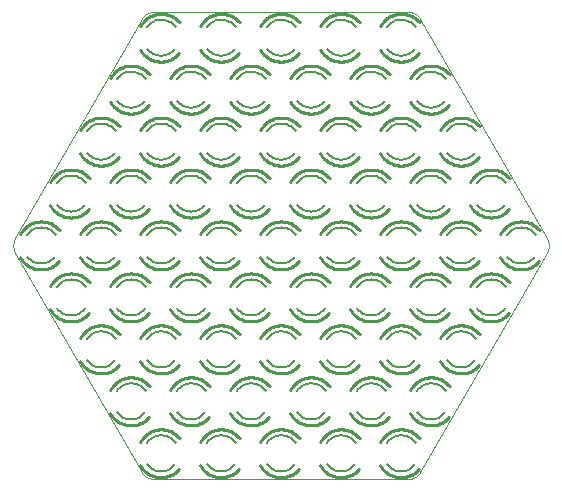
<source format=gto>
G75*
G70*
%OFA0B0*%
%FSLAX24Y24*%
%IPPOS*%
%LPD*%
%AMOC8*
5,1,8,0,0,1.08239X$1,22.5*
%
%ADD10C,0.0000*%
%ADD11C,0.0060*%
%ADD12C,0.0100*%
D10*
X004378Y000350D02*
X000167Y007644D01*
X000147Y007683D01*
X000130Y007723D01*
X000117Y007765D01*
X000108Y007807D01*
X000102Y007850D01*
X000100Y007894D01*
X000102Y007938D01*
X000108Y007981D01*
X000117Y008023D01*
X000130Y008065D01*
X000147Y008105D01*
X000167Y008144D01*
X004378Y015438D01*
X004401Y015475D01*
X004428Y015509D01*
X004457Y015542D01*
X004490Y015571D01*
X004524Y015598D01*
X004561Y015621D01*
X004600Y015641D01*
X004640Y015658D01*
X004682Y015671D01*
X004724Y015680D01*
X004767Y015686D01*
X004811Y015688D01*
X013234Y015688D01*
X013667Y015438D02*
X017878Y008144D01*
X017898Y008105D01*
X017915Y008065D01*
X017928Y008023D01*
X017937Y007981D01*
X017943Y007938D01*
X017945Y007894D01*
X017943Y007850D01*
X017937Y007807D01*
X017928Y007765D01*
X017915Y007723D01*
X017898Y007683D01*
X017878Y007644D01*
X013667Y000350D01*
X013234Y000100D02*
X004811Y000100D01*
X004767Y000102D01*
X004724Y000108D01*
X004682Y000117D01*
X004640Y000130D01*
X004600Y000147D01*
X004561Y000167D01*
X004524Y000190D01*
X004490Y000217D01*
X004457Y000246D01*
X004428Y000279D01*
X004401Y000313D01*
X004378Y000350D01*
X013234Y000100D02*
X013278Y000102D01*
X013321Y000108D01*
X013363Y000117D01*
X013405Y000130D01*
X013445Y000147D01*
X013484Y000167D01*
X013521Y000190D01*
X013555Y000217D01*
X013588Y000246D01*
X013617Y000279D01*
X013644Y000313D01*
X013667Y000350D01*
X013667Y015438D02*
X013644Y015475D01*
X013617Y015509D01*
X013588Y015542D01*
X013555Y015571D01*
X013521Y015598D01*
X013484Y015621D01*
X013445Y015641D01*
X013405Y015658D01*
X013363Y015671D01*
X013321Y015680D01*
X013278Y015686D01*
X013234Y015688D01*
D11*
X012549Y014454D02*
X012579Y014419D01*
X012610Y014386D01*
X012645Y014356D01*
X012681Y014329D01*
X012719Y014305D01*
X012759Y014283D01*
X012801Y014265D01*
X012844Y014249D01*
X012888Y014237D01*
X012932Y014229D01*
X012978Y014224D01*
X013023Y014222D01*
X012543Y015182D02*
X012572Y015218D01*
X012604Y015252D01*
X012639Y015283D01*
X012675Y015311D01*
X012714Y015336D01*
X012755Y015359D01*
X012797Y015378D01*
X012840Y015394D01*
X012885Y015406D01*
X012931Y015415D01*
X012977Y015420D01*
X013023Y015422D01*
X013497Y014454D02*
X013467Y014419D01*
X013436Y014386D01*
X013401Y014356D01*
X013365Y014329D01*
X013327Y014305D01*
X013287Y014283D01*
X013245Y014265D01*
X013202Y014249D01*
X013158Y014237D01*
X013114Y014229D01*
X013068Y014224D01*
X013023Y014222D01*
X013511Y015171D02*
X013482Y015208D01*
X013450Y015243D01*
X013415Y015276D01*
X013378Y015306D01*
X013339Y015332D01*
X013298Y015355D01*
X013254Y015376D01*
X013210Y015392D01*
X013164Y015405D01*
X013118Y015414D01*
X013070Y015420D01*
X013023Y015422D01*
X011023Y014222D02*
X010978Y014224D01*
X010932Y014229D01*
X010888Y014237D01*
X010844Y014249D01*
X010801Y014265D01*
X010759Y014283D01*
X010719Y014305D01*
X010681Y014329D01*
X010645Y014356D01*
X010610Y014386D01*
X010579Y014419D01*
X010549Y014454D01*
X011023Y015422D02*
X011070Y015420D01*
X011118Y015414D01*
X011164Y015405D01*
X011210Y015392D01*
X011254Y015376D01*
X011298Y015355D01*
X011339Y015332D01*
X011378Y015306D01*
X011415Y015276D01*
X011450Y015243D01*
X011482Y015208D01*
X011511Y015171D01*
X011023Y015422D02*
X010977Y015420D01*
X010931Y015415D01*
X010885Y015406D01*
X010840Y015394D01*
X010797Y015378D01*
X010755Y015359D01*
X010714Y015336D01*
X010675Y015311D01*
X010639Y015283D01*
X010604Y015252D01*
X010572Y015218D01*
X010543Y015182D01*
X011023Y014222D02*
X011068Y014224D01*
X011114Y014229D01*
X011158Y014237D01*
X011202Y014249D01*
X011245Y014265D01*
X011287Y014283D01*
X011327Y014305D01*
X011365Y014329D01*
X011401Y014356D01*
X011436Y014386D01*
X011467Y014419D01*
X011497Y014454D01*
X012023Y013690D02*
X012070Y013688D01*
X012118Y013682D01*
X012164Y013673D01*
X012210Y013660D01*
X012254Y013644D01*
X012298Y013623D01*
X012339Y013600D01*
X012378Y013574D01*
X012415Y013544D01*
X012450Y013511D01*
X012482Y013476D01*
X012511Y013439D01*
X012023Y012490D02*
X011978Y012492D01*
X011932Y012497D01*
X011888Y012505D01*
X011844Y012517D01*
X011801Y012533D01*
X011759Y012551D01*
X011719Y012573D01*
X011681Y012597D01*
X011645Y012624D01*
X011610Y012654D01*
X011579Y012687D01*
X011549Y012722D01*
X012023Y012490D02*
X012068Y012492D01*
X012114Y012497D01*
X012158Y012505D01*
X012202Y012517D01*
X012245Y012533D01*
X012287Y012551D01*
X012327Y012573D01*
X012365Y012597D01*
X012401Y012624D01*
X012436Y012654D01*
X012467Y012687D01*
X012497Y012722D01*
X012023Y013690D02*
X011977Y013688D01*
X011931Y013683D01*
X011885Y013674D01*
X011840Y013662D01*
X011797Y013646D01*
X011755Y013627D01*
X011714Y013604D01*
X011675Y013579D01*
X011639Y013551D01*
X011604Y013520D01*
X011572Y013486D01*
X011543Y013450D01*
X010023Y012490D02*
X009978Y012492D01*
X009932Y012497D01*
X009888Y012505D01*
X009844Y012517D01*
X009801Y012533D01*
X009759Y012551D01*
X009719Y012573D01*
X009681Y012597D01*
X009645Y012624D01*
X009610Y012654D01*
X009579Y012687D01*
X009549Y012722D01*
X010023Y013690D02*
X010070Y013688D01*
X010118Y013682D01*
X010164Y013673D01*
X010210Y013660D01*
X010254Y013644D01*
X010298Y013623D01*
X010339Y013600D01*
X010378Y013574D01*
X010415Y013544D01*
X010450Y013511D01*
X010482Y013476D01*
X010511Y013439D01*
X010023Y013690D02*
X009977Y013688D01*
X009931Y013683D01*
X009885Y013674D01*
X009840Y013662D01*
X009797Y013646D01*
X009755Y013627D01*
X009714Y013604D01*
X009675Y013579D01*
X009639Y013551D01*
X009604Y013520D01*
X009572Y013486D01*
X009543Y013450D01*
X010023Y012490D02*
X010068Y012492D01*
X010114Y012497D01*
X010158Y012505D01*
X010202Y012517D01*
X010245Y012533D01*
X010287Y012551D01*
X010327Y012573D01*
X010365Y012597D01*
X010401Y012624D01*
X010436Y012654D01*
X010467Y012687D01*
X010497Y012722D01*
X011023Y011958D02*
X011070Y011956D01*
X011118Y011950D01*
X011164Y011941D01*
X011210Y011928D01*
X011254Y011912D01*
X011298Y011891D01*
X011339Y011868D01*
X011378Y011842D01*
X011415Y011812D01*
X011450Y011779D01*
X011482Y011744D01*
X011511Y011707D01*
X011023Y010758D02*
X010978Y010760D01*
X010932Y010765D01*
X010888Y010773D01*
X010844Y010785D01*
X010801Y010801D01*
X010759Y010819D01*
X010719Y010841D01*
X010681Y010865D01*
X010645Y010892D01*
X010610Y010922D01*
X010579Y010955D01*
X010549Y010990D01*
X011023Y010758D02*
X011068Y010760D01*
X011114Y010765D01*
X011158Y010773D01*
X011202Y010785D01*
X011245Y010801D01*
X011287Y010819D01*
X011327Y010841D01*
X011365Y010865D01*
X011401Y010892D01*
X011436Y010922D01*
X011467Y010955D01*
X011497Y010990D01*
X011023Y011958D02*
X010977Y011956D01*
X010931Y011951D01*
X010885Y011942D01*
X010840Y011930D01*
X010797Y011914D01*
X010755Y011895D01*
X010714Y011872D01*
X010675Y011847D01*
X010639Y011819D01*
X010604Y011788D01*
X010572Y011754D01*
X010543Y011718D01*
X009023Y010758D02*
X008978Y010760D01*
X008932Y010765D01*
X008888Y010773D01*
X008844Y010785D01*
X008801Y010801D01*
X008759Y010819D01*
X008719Y010841D01*
X008681Y010865D01*
X008645Y010892D01*
X008610Y010922D01*
X008579Y010955D01*
X008549Y010990D01*
X009023Y011958D02*
X009070Y011956D01*
X009118Y011950D01*
X009164Y011941D01*
X009210Y011928D01*
X009254Y011912D01*
X009298Y011891D01*
X009339Y011868D01*
X009378Y011842D01*
X009415Y011812D01*
X009450Y011779D01*
X009482Y011744D01*
X009511Y011707D01*
X009023Y011958D02*
X008977Y011956D01*
X008931Y011951D01*
X008885Y011942D01*
X008840Y011930D01*
X008797Y011914D01*
X008755Y011895D01*
X008714Y011872D01*
X008675Y011847D01*
X008639Y011819D01*
X008604Y011788D01*
X008572Y011754D01*
X008543Y011718D01*
X009023Y010758D02*
X009068Y010760D01*
X009114Y010765D01*
X009158Y010773D01*
X009202Y010785D01*
X009245Y010801D01*
X009287Y010819D01*
X009327Y010841D01*
X009365Y010865D01*
X009401Y010892D01*
X009436Y010922D01*
X009467Y010955D01*
X009497Y010990D01*
X010023Y010226D02*
X010070Y010224D01*
X010118Y010218D01*
X010164Y010209D01*
X010210Y010196D01*
X010254Y010180D01*
X010298Y010159D01*
X010339Y010136D01*
X010378Y010110D01*
X010415Y010080D01*
X010450Y010047D01*
X010482Y010012D01*
X010511Y009975D01*
X010023Y009026D02*
X009978Y009028D01*
X009932Y009033D01*
X009888Y009041D01*
X009844Y009053D01*
X009801Y009069D01*
X009759Y009087D01*
X009719Y009109D01*
X009681Y009133D01*
X009645Y009160D01*
X009610Y009190D01*
X009579Y009223D01*
X009549Y009258D01*
X010023Y009026D02*
X010068Y009028D01*
X010114Y009033D01*
X010158Y009041D01*
X010202Y009053D01*
X010245Y009069D01*
X010287Y009087D01*
X010327Y009109D01*
X010365Y009133D01*
X010401Y009160D01*
X010436Y009190D01*
X010467Y009223D01*
X010497Y009258D01*
X010023Y010226D02*
X009977Y010224D01*
X009931Y010219D01*
X009885Y010210D01*
X009840Y010198D01*
X009797Y010182D01*
X009755Y010163D01*
X009714Y010140D01*
X009675Y010115D01*
X009639Y010087D01*
X009604Y010056D01*
X009572Y010022D01*
X009543Y009986D01*
X008023Y009026D02*
X007978Y009028D01*
X007932Y009033D01*
X007888Y009041D01*
X007844Y009053D01*
X007801Y009069D01*
X007759Y009087D01*
X007719Y009109D01*
X007681Y009133D01*
X007645Y009160D01*
X007610Y009190D01*
X007579Y009223D01*
X007549Y009258D01*
X008023Y010226D02*
X008070Y010224D01*
X008118Y010218D01*
X008164Y010209D01*
X008210Y010196D01*
X008254Y010180D01*
X008298Y010159D01*
X008339Y010136D01*
X008378Y010110D01*
X008415Y010080D01*
X008450Y010047D01*
X008482Y010012D01*
X008511Y009975D01*
X008023Y010226D02*
X007977Y010224D01*
X007931Y010219D01*
X007885Y010210D01*
X007840Y010198D01*
X007797Y010182D01*
X007755Y010163D01*
X007714Y010140D01*
X007675Y010115D01*
X007639Y010087D01*
X007604Y010056D01*
X007572Y010022D01*
X007543Y009986D01*
X008023Y009026D02*
X008068Y009028D01*
X008114Y009033D01*
X008158Y009041D01*
X008202Y009053D01*
X008245Y009069D01*
X008287Y009087D01*
X008327Y009109D01*
X008365Y009133D01*
X008401Y009160D01*
X008436Y009190D01*
X008467Y009223D01*
X008497Y009258D01*
X009023Y008494D02*
X009070Y008492D01*
X009118Y008486D01*
X009164Y008477D01*
X009210Y008464D01*
X009254Y008448D01*
X009298Y008427D01*
X009339Y008404D01*
X009378Y008378D01*
X009415Y008348D01*
X009450Y008315D01*
X009482Y008280D01*
X009511Y008243D01*
X009023Y007294D02*
X008978Y007296D01*
X008932Y007301D01*
X008888Y007309D01*
X008844Y007321D01*
X008801Y007337D01*
X008759Y007355D01*
X008719Y007377D01*
X008681Y007401D01*
X008645Y007428D01*
X008610Y007458D01*
X008579Y007491D01*
X008549Y007526D01*
X009023Y007294D02*
X009068Y007296D01*
X009114Y007301D01*
X009158Y007309D01*
X009202Y007321D01*
X009245Y007337D01*
X009287Y007355D01*
X009327Y007377D01*
X009365Y007401D01*
X009401Y007428D01*
X009436Y007458D01*
X009467Y007491D01*
X009497Y007526D01*
X009023Y008494D02*
X008977Y008492D01*
X008931Y008487D01*
X008885Y008478D01*
X008840Y008466D01*
X008797Y008450D01*
X008755Y008431D01*
X008714Y008408D01*
X008675Y008383D01*
X008639Y008355D01*
X008604Y008324D01*
X008572Y008290D01*
X008543Y008254D01*
X007023Y007294D02*
X006978Y007296D01*
X006932Y007301D01*
X006888Y007309D01*
X006844Y007321D01*
X006801Y007337D01*
X006759Y007355D01*
X006719Y007377D01*
X006681Y007401D01*
X006645Y007428D01*
X006610Y007458D01*
X006579Y007491D01*
X006549Y007526D01*
X007023Y008494D02*
X007070Y008492D01*
X007118Y008486D01*
X007164Y008477D01*
X007210Y008464D01*
X007254Y008448D01*
X007298Y008427D01*
X007339Y008404D01*
X007378Y008378D01*
X007415Y008348D01*
X007450Y008315D01*
X007482Y008280D01*
X007511Y008243D01*
X007023Y008494D02*
X006977Y008492D01*
X006931Y008487D01*
X006885Y008478D01*
X006840Y008466D01*
X006797Y008450D01*
X006755Y008431D01*
X006714Y008408D01*
X006675Y008383D01*
X006639Y008355D01*
X006604Y008324D01*
X006572Y008290D01*
X006543Y008254D01*
X007023Y007294D02*
X007068Y007296D01*
X007114Y007301D01*
X007158Y007309D01*
X007202Y007321D01*
X007245Y007337D01*
X007287Y007355D01*
X007327Y007377D01*
X007365Y007401D01*
X007401Y007428D01*
X007436Y007458D01*
X007467Y007491D01*
X007497Y007526D01*
X008023Y006762D02*
X008070Y006760D01*
X008118Y006754D01*
X008164Y006745D01*
X008210Y006732D01*
X008254Y006716D01*
X008298Y006695D01*
X008339Y006672D01*
X008378Y006646D01*
X008415Y006616D01*
X008450Y006583D01*
X008482Y006548D01*
X008511Y006511D01*
X008023Y005562D02*
X007978Y005564D01*
X007932Y005569D01*
X007888Y005577D01*
X007844Y005589D01*
X007801Y005605D01*
X007759Y005623D01*
X007719Y005645D01*
X007681Y005669D01*
X007645Y005696D01*
X007610Y005726D01*
X007579Y005759D01*
X007549Y005794D01*
X008023Y005562D02*
X008068Y005564D01*
X008114Y005569D01*
X008158Y005577D01*
X008202Y005589D01*
X008245Y005605D01*
X008287Y005623D01*
X008327Y005645D01*
X008365Y005669D01*
X008401Y005696D01*
X008436Y005726D01*
X008467Y005759D01*
X008497Y005794D01*
X008023Y006762D02*
X007977Y006760D01*
X007931Y006755D01*
X007885Y006746D01*
X007840Y006734D01*
X007797Y006718D01*
X007755Y006699D01*
X007714Y006676D01*
X007675Y006651D01*
X007639Y006623D01*
X007604Y006592D01*
X007572Y006558D01*
X007543Y006522D01*
X006023Y005562D02*
X005978Y005564D01*
X005932Y005569D01*
X005888Y005577D01*
X005844Y005589D01*
X005801Y005605D01*
X005759Y005623D01*
X005719Y005645D01*
X005681Y005669D01*
X005645Y005696D01*
X005610Y005726D01*
X005579Y005759D01*
X005549Y005794D01*
X006023Y006762D02*
X006070Y006760D01*
X006118Y006754D01*
X006164Y006745D01*
X006210Y006732D01*
X006254Y006716D01*
X006298Y006695D01*
X006339Y006672D01*
X006378Y006646D01*
X006415Y006616D01*
X006450Y006583D01*
X006482Y006548D01*
X006511Y006511D01*
X006023Y006762D02*
X005977Y006760D01*
X005931Y006755D01*
X005885Y006746D01*
X005840Y006734D01*
X005797Y006718D01*
X005755Y006699D01*
X005714Y006676D01*
X005675Y006651D01*
X005639Y006623D01*
X005604Y006592D01*
X005572Y006558D01*
X005543Y006522D01*
X006023Y005562D02*
X006068Y005564D01*
X006114Y005569D01*
X006158Y005577D01*
X006202Y005589D01*
X006245Y005605D01*
X006287Y005623D01*
X006327Y005645D01*
X006365Y005669D01*
X006401Y005696D01*
X006436Y005726D01*
X006467Y005759D01*
X006497Y005794D01*
X007023Y005030D02*
X007070Y005028D01*
X007118Y005022D01*
X007164Y005013D01*
X007210Y005000D01*
X007254Y004984D01*
X007298Y004963D01*
X007339Y004940D01*
X007378Y004914D01*
X007415Y004884D01*
X007450Y004851D01*
X007482Y004816D01*
X007511Y004779D01*
X007023Y003830D02*
X006978Y003832D01*
X006932Y003837D01*
X006888Y003845D01*
X006844Y003857D01*
X006801Y003873D01*
X006759Y003891D01*
X006719Y003913D01*
X006681Y003937D01*
X006645Y003964D01*
X006610Y003994D01*
X006579Y004027D01*
X006549Y004062D01*
X007023Y003830D02*
X007068Y003832D01*
X007114Y003837D01*
X007158Y003845D01*
X007202Y003857D01*
X007245Y003873D01*
X007287Y003891D01*
X007327Y003913D01*
X007365Y003937D01*
X007401Y003964D01*
X007436Y003994D01*
X007467Y004027D01*
X007497Y004062D01*
X007023Y005030D02*
X006977Y005028D01*
X006931Y005023D01*
X006885Y005014D01*
X006840Y005002D01*
X006797Y004986D01*
X006755Y004967D01*
X006714Y004944D01*
X006675Y004919D01*
X006639Y004891D01*
X006604Y004860D01*
X006572Y004826D01*
X006543Y004790D01*
X005023Y003830D02*
X004978Y003832D01*
X004932Y003837D01*
X004888Y003845D01*
X004844Y003857D01*
X004801Y003873D01*
X004759Y003891D01*
X004719Y003913D01*
X004681Y003937D01*
X004645Y003964D01*
X004610Y003994D01*
X004579Y004027D01*
X004549Y004062D01*
X005023Y005030D02*
X005070Y005028D01*
X005118Y005022D01*
X005164Y005013D01*
X005210Y005000D01*
X005254Y004984D01*
X005298Y004963D01*
X005339Y004940D01*
X005378Y004914D01*
X005415Y004884D01*
X005450Y004851D01*
X005482Y004816D01*
X005511Y004779D01*
X005023Y005030D02*
X004977Y005028D01*
X004931Y005023D01*
X004885Y005014D01*
X004840Y005002D01*
X004797Y004986D01*
X004755Y004967D01*
X004714Y004944D01*
X004675Y004919D01*
X004639Y004891D01*
X004604Y004860D01*
X004572Y004826D01*
X004543Y004790D01*
X005023Y003830D02*
X005068Y003832D01*
X005114Y003837D01*
X005158Y003845D01*
X005202Y003857D01*
X005245Y003873D01*
X005287Y003891D01*
X005327Y003913D01*
X005365Y003937D01*
X005401Y003964D01*
X005436Y003994D01*
X005467Y004027D01*
X005497Y004062D01*
X006023Y003298D02*
X006070Y003296D01*
X006118Y003290D01*
X006164Y003281D01*
X006210Y003268D01*
X006254Y003252D01*
X006298Y003231D01*
X006339Y003208D01*
X006378Y003182D01*
X006415Y003152D01*
X006450Y003119D01*
X006482Y003084D01*
X006511Y003047D01*
X006023Y002098D02*
X005978Y002100D01*
X005932Y002105D01*
X005888Y002113D01*
X005844Y002125D01*
X005801Y002141D01*
X005759Y002159D01*
X005719Y002181D01*
X005681Y002205D01*
X005645Y002232D01*
X005610Y002262D01*
X005579Y002295D01*
X005549Y002330D01*
X006023Y002098D02*
X006068Y002100D01*
X006114Y002105D01*
X006158Y002113D01*
X006202Y002125D01*
X006245Y002141D01*
X006287Y002159D01*
X006327Y002181D01*
X006365Y002205D01*
X006401Y002232D01*
X006436Y002262D01*
X006467Y002295D01*
X006497Y002330D01*
X006023Y003298D02*
X005977Y003296D01*
X005931Y003291D01*
X005885Y003282D01*
X005840Y003270D01*
X005797Y003254D01*
X005755Y003235D01*
X005714Y003212D01*
X005675Y003187D01*
X005639Y003159D01*
X005604Y003128D01*
X005572Y003094D01*
X005543Y003058D01*
X004023Y002098D02*
X003978Y002100D01*
X003932Y002105D01*
X003888Y002113D01*
X003844Y002125D01*
X003801Y002141D01*
X003759Y002159D01*
X003719Y002181D01*
X003681Y002205D01*
X003645Y002232D01*
X003610Y002262D01*
X003579Y002295D01*
X003549Y002330D01*
X004023Y003298D02*
X004070Y003296D01*
X004118Y003290D01*
X004164Y003281D01*
X004210Y003268D01*
X004254Y003252D01*
X004298Y003231D01*
X004339Y003208D01*
X004378Y003182D01*
X004415Y003152D01*
X004450Y003119D01*
X004482Y003084D01*
X004511Y003047D01*
X004023Y003298D02*
X003977Y003296D01*
X003931Y003291D01*
X003885Y003282D01*
X003840Y003270D01*
X003797Y003254D01*
X003755Y003235D01*
X003714Y003212D01*
X003675Y003187D01*
X003639Y003159D01*
X003604Y003128D01*
X003572Y003094D01*
X003543Y003058D01*
X004023Y002098D02*
X004068Y002100D01*
X004114Y002105D01*
X004158Y002113D01*
X004202Y002125D01*
X004245Y002141D01*
X004287Y002159D01*
X004327Y002181D01*
X004365Y002205D01*
X004401Y002232D01*
X004436Y002262D01*
X004467Y002295D01*
X004497Y002330D01*
X005023Y001566D02*
X005070Y001564D01*
X005118Y001558D01*
X005164Y001549D01*
X005210Y001536D01*
X005254Y001520D01*
X005298Y001499D01*
X005339Y001476D01*
X005378Y001450D01*
X005415Y001420D01*
X005450Y001387D01*
X005482Y001352D01*
X005511Y001315D01*
X005023Y000366D02*
X004978Y000368D01*
X004932Y000373D01*
X004888Y000381D01*
X004844Y000393D01*
X004801Y000409D01*
X004759Y000427D01*
X004719Y000449D01*
X004681Y000473D01*
X004645Y000500D01*
X004610Y000530D01*
X004579Y000563D01*
X004549Y000598D01*
X005023Y000366D02*
X005068Y000368D01*
X005114Y000373D01*
X005158Y000381D01*
X005202Y000393D01*
X005245Y000409D01*
X005287Y000427D01*
X005327Y000449D01*
X005365Y000473D01*
X005401Y000500D01*
X005436Y000530D01*
X005467Y000563D01*
X005497Y000598D01*
X005023Y001566D02*
X004977Y001564D01*
X004931Y001559D01*
X004885Y001550D01*
X004840Y001538D01*
X004797Y001522D01*
X004755Y001503D01*
X004714Y001480D01*
X004675Y001455D01*
X004639Y001427D01*
X004604Y001396D01*
X004572Y001362D01*
X004543Y001326D01*
X007023Y001566D02*
X007070Y001564D01*
X007118Y001558D01*
X007164Y001549D01*
X007210Y001536D01*
X007254Y001520D01*
X007298Y001499D01*
X007339Y001476D01*
X007378Y001450D01*
X007415Y001420D01*
X007450Y001387D01*
X007482Y001352D01*
X007511Y001315D01*
X007023Y000366D02*
X006978Y000368D01*
X006932Y000373D01*
X006888Y000381D01*
X006844Y000393D01*
X006801Y000409D01*
X006759Y000427D01*
X006719Y000449D01*
X006681Y000473D01*
X006645Y000500D01*
X006610Y000530D01*
X006579Y000563D01*
X006549Y000598D01*
X007023Y000366D02*
X007068Y000368D01*
X007114Y000373D01*
X007158Y000381D01*
X007202Y000393D01*
X007245Y000409D01*
X007287Y000427D01*
X007327Y000449D01*
X007365Y000473D01*
X007401Y000500D01*
X007436Y000530D01*
X007467Y000563D01*
X007497Y000598D01*
X007023Y001566D02*
X006977Y001564D01*
X006931Y001559D01*
X006885Y001550D01*
X006840Y001538D01*
X006797Y001522D01*
X006755Y001503D01*
X006714Y001480D01*
X006675Y001455D01*
X006639Y001427D01*
X006604Y001396D01*
X006572Y001362D01*
X006543Y001326D01*
X008023Y003298D02*
X008070Y003296D01*
X008118Y003290D01*
X008164Y003281D01*
X008210Y003268D01*
X008254Y003252D01*
X008298Y003231D01*
X008339Y003208D01*
X008378Y003182D01*
X008415Y003152D01*
X008450Y003119D01*
X008482Y003084D01*
X008511Y003047D01*
X008023Y002098D02*
X007978Y002100D01*
X007932Y002105D01*
X007888Y002113D01*
X007844Y002125D01*
X007801Y002141D01*
X007759Y002159D01*
X007719Y002181D01*
X007681Y002205D01*
X007645Y002232D01*
X007610Y002262D01*
X007579Y002295D01*
X007549Y002330D01*
X008023Y002098D02*
X008068Y002100D01*
X008114Y002105D01*
X008158Y002113D01*
X008202Y002125D01*
X008245Y002141D01*
X008287Y002159D01*
X008327Y002181D01*
X008365Y002205D01*
X008401Y002232D01*
X008436Y002262D01*
X008467Y002295D01*
X008497Y002330D01*
X008023Y003298D02*
X007977Y003296D01*
X007931Y003291D01*
X007885Y003282D01*
X007840Y003270D01*
X007797Y003254D01*
X007755Y003235D01*
X007714Y003212D01*
X007675Y003187D01*
X007639Y003159D01*
X007604Y003128D01*
X007572Y003094D01*
X007543Y003058D01*
X009023Y005030D02*
X009070Y005028D01*
X009118Y005022D01*
X009164Y005013D01*
X009210Y005000D01*
X009254Y004984D01*
X009298Y004963D01*
X009339Y004940D01*
X009378Y004914D01*
X009415Y004884D01*
X009450Y004851D01*
X009482Y004816D01*
X009511Y004779D01*
X009023Y003830D02*
X008978Y003832D01*
X008932Y003837D01*
X008888Y003845D01*
X008844Y003857D01*
X008801Y003873D01*
X008759Y003891D01*
X008719Y003913D01*
X008681Y003937D01*
X008645Y003964D01*
X008610Y003994D01*
X008579Y004027D01*
X008549Y004062D01*
X009023Y003830D02*
X009068Y003832D01*
X009114Y003837D01*
X009158Y003845D01*
X009202Y003857D01*
X009245Y003873D01*
X009287Y003891D01*
X009327Y003913D01*
X009365Y003937D01*
X009401Y003964D01*
X009436Y003994D01*
X009467Y004027D01*
X009497Y004062D01*
X009023Y005030D02*
X008977Y005028D01*
X008931Y005023D01*
X008885Y005014D01*
X008840Y005002D01*
X008797Y004986D01*
X008755Y004967D01*
X008714Y004944D01*
X008675Y004919D01*
X008639Y004891D01*
X008604Y004860D01*
X008572Y004826D01*
X008543Y004790D01*
X010023Y006762D02*
X010070Y006760D01*
X010118Y006754D01*
X010164Y006745D01*
X010210Y006732D01*
X010254Y006716D01*
X010298Y006695D01*
X010339Y006672D01*
X010378Y006646D01*
X010415Y006616D01*
X010450Y006583D01*
X010482Y006548D01*
X010511Y006511D01*
X010023Y005562D02*
X009978Y005564D01*
X009932Y005569D01*
X009888Y005577D01*
X009844Y005589D01*
X009801Y005605D01*
X009759Y005623D01*
X009719Y005645D01*
X009681Y005669D01*
X009645Y005696D01*
X009610Y005726D01*
X009579Y005759D01*
X009549Y005794D01*
X010023Y005562D02*
X010068Y005564D01*
X010114Y005569D01*
X010158Y005577D01*
X010202Y005589D01*
X010245Y005605D01*
X010287Y005623D01*
X010327Y005645D01*
X010365Y005669D01*
X010401Y005696D01*
X010436Y005726D01*
X010467Y005759D01*
X010497Y005794D01*
X010023Y006762D02*
X009977Y006760D01*
X009931Y006755D01*
X009885Y006746D01*
X009840Y006734D01*
X009797Y006718D01*
X009755Y006699D01*
X009714Y006676D01*
X009675Y006651D01*
X009639Y006623D01*
X009604Y006592D01*
X009572Y006558D01*
X009543Y006522D01*
X011023Y008494D02*
X011070Y008492D01*
X011118Y008486D01*
X011164Y008477D01*
X011210Y008464D01*
X011254Y008448D01*
X011298Y008427D01*
X011339Y008404D01*
X011378Y008378D01*
X011415Y008348D01*
X011450Y008315D01*
X011482Y008280D01*
X011511Y008243D01*
X011023Y007294D02*
X010978Y007296D01*
X010932Y007301D01*
X010888Y007309D01*
X010844Y007321D01*
X010801Y007337D01*
X010759Y007355D01*
X010719Y007377D01*
X010681Y007401D01*
X010645Y007428D01*
X010610Y007458D01*
X010579Y007491D01*
X010549Y007526D01*
X011023Y007294D02*
X011068Y007296D01*
X011114Y007301D01*
X011158Y007309D01*
X011202Y007321D01*
X011245Y007337D01*
X011287Y007355D01*
X011327Y007377D01*
X011365Y007401D01*
X011401Y007428D01*
X011436Y007458D01*
X011467Y007491D01*
X011497Y007526D01*
X011023Y008494D02*
X010977Y008492D01*
X010931Y008487D01*
X010885Y008478D01*
X010840Y008466D01*
X010797Y008450D01*
X010755Y008431D01*
X010714Y008408D01*
X010675Y008383D01*
X010639Y008355D01*
X010604Y008324D01*
X010572Y008290D01*
X010543Y008254D01*
X012023Y010226D02*
X012070Y010224D01*
X012118Y010218D01*
X012164Y010209D01*
X012210Y010196D01*
X012254Y010180D01*
X012298Y010159D01*
X012339Y010136D01*
X012378Y010110D01*
X012415Y010080D01*
X012450Y010047D01*
X012482Y010012D01*
X012511Y009975D01*
X012023Y009026D02*
X011978Y009028D01*
X011932Y009033D01*
X011888Y009041D01*
X011844Y009053D01*
X011801Y009069D01*
X011759Y009087D01*
X011719Y009109D01*
X011681Y009133D01*
X011645Y009160D01*
X011610Y009190D01*
X011579Y009223D01*
X011549Y009258D01*
X012023Y009026D02*
X012068Y009028D01*
X012114Y009033D01*
X012158Y009041D01*
X012202Y009053D01*
X012245Y009069D01*
X012287Y009087D01*
X012327Y009109D01*
X012365Y009133D01*
X012401Y009160D01*
X012436Y009190D01*
X012467Y009223D01*
X012497Y009258D01*
X012023Y010226D02*
X011977Y010224D01*
X011931Y010219D01*
X011885Y010210D01*
X011840Y010198D01*
X011797Y010182D01*
X011755Y010163D01*
X011714Y010140D01*
X011675Y010115D01*
X011639Y010087D01*
X011604Y010056D01*
X011572Y010022D01*
X011543Y009986D01*
X013023Y011958D02*
X013070Y011956D01*
X013118Y011950D01*
X013164Y011941D01*
X013210Y011928D01*
X013254Y011912D01*
X013298Y011891D01*
X013339Y011868D01*
X013378Y011842D01*
X013415Y011812D01*
X013450Y011779D01*
X013482Y011744D01*
X013511Y011707D01*
X013023Y010758D02*
X012978Y010760D01*
X012932Y010765D01*
X012888Y010773D01*
X012844Y010785D01*
X012801Y010801D01*
X012759Y010819D01*
X012719Y010841D01*
X012681Y010865D01*
X012645Y010892D01*
X012610Y010922D01*
X012579Y010955D01*
X012549Y010990D01*
X013023Y010758D02*
X013068Y010760D01*
X013114Y010765D01*
X013158Y010773D01*
X013202Y010785D01*
X013245Y010801D01*
X013287Y010819D01*
X013327Y010841D01*
X013365Y010865D01*
X013401Y010892D01*
X013436Y010922D01*
X013467Y010955D01*
X013497Y010990D01*
X013023Y011958D02*
X012977Y011956D01*
X012931Y011951D01*
X012885Y011942D01*
X012840Y011930D01*
X012797Y011914D01*
X012755Y011895D01*
X012714Y011872D01*
X012675Y011847D01*
X012639Y011819D01*
X012604Y011788D01*
X012572Y011754D01*
X012543Y011718D01*
X014023Y013690D02*
X014070Y013688D01*
X014118Y013682D01*
X014164Y013673D01*
X014210Y013660D01*
X014254Y013644D01*
X014298Y013623D01*
X014339Y013600D01*
X014378Y013574D01*
X014415Y013544D01*
X014450Y013511D01*
X014482Y013476D01*
X014511Y013439D01*
X014023Y012490D02*
X013978Y012492D01*
X013932Y012497D01*
X013888Y012505D01*
X013844Y012517D01*
X013801Y012533D01*
X013759Y012551D01*
X013719Y012573D01*
X013681Y012597D01*
X013645Y012624D01*
X013610Y012654D01*
X013579Y012687D01*
X013549Y012722D01*
X014023Y012490D02*
X014068Y012492D01*
X014114Y012497D01*
X014158Y012505D01*
X014202Y012517D01*
X014245Y012533D01*
X014287Y012551D01*
X014327Y012573D01*
X014365Y012597D01*
X014401Y012624D01*
X014436Y012654D01*
X014467Y012687D01*
X014497Y012722D01*
X014023Y013690D02*
X013977Y013688D01*
X013931Y013683D01*
X013885Y013674D01*
X013840Y013662D01*
X013797Y013646D01*
X013755Y013627D01*
X013714Y013604D01*
X013675Y013579D01*
X013639Y013551D01*
X013604Y013520D01*
X013572Y013486D01*
X013543Y013450D01*
X015023Y011958D02*
X015070Y011956D01*
X015118Y011950D01*
X015164Y011941D01*
X015210Y011928D01*
X015254Y011912D01*
X015298Y011891D01*
X015339Y011868D01*
X015378Y011842D01*
X015415Y011812D01*
X015450Y011779D01*
X015482Y011744D01*
X015511Y011707D01*
X015023Y010758D02*
X014978Y010760D01*
X014932Y010765D01*
X014888Y010773D01*
X014844Y010785D01*
X014801Y010801D01*
X014759Y010819D01*
X014719Y010841D01*
X014681Y010865D01*
X014645Y010892D01*
X014610Y010922D01*
X014579Y010955D01*
X014549Y010990D01*
X015023Y010758D02*
X015068Y010760D01*
X015114Y010765D01*
X015158Y010773D01*
X015202Y010785D01*
X015245Y010801D01*
X015287Y010819D01*
X015327Y010841D01*
X015365Y010865D01*
X015401Y010892D01*
X015436Y010922D01*
X015467Y010955D01*
X015497Y010990D01*
X015023Y011958D02*
X014977Y011956D01*
X014931Y011951D01*
X014885Y011942D01*
X014840Y011930D01*
X014797Y011914D01*
X014755Y011895D01*
X014714Y011872D01*
X014675Y011847D01*
X014639Y011819D01*
X014604Y011788D01*
X014572Y011754D01*
X014543Y011718D01*
X013549Y009258D02*
X013579Y009223D01*
X013610Y009190D01*
X013645Y009160D01*
X013681Y009133D01*
X013719Y009109D01*
X013759Y009087D01*
X013801Y009069D01*
X013844Y009053D01*
X013888Y009041D01*
X013932Y009033D01*
X013978Y009028D01*
X014023Y009026D01*
X013543Y009986D02*
X013572Y010022D01*
X013604Y010056D01*
X013639Y010087D01*
X013675Y010115D01*
X013714Y010140D01*
X013755Y010163D01*
X013797Y010182D01*
X013840Y010198D01*
X013885Y010210D01*
X013931Y010219D01*
X013977Y010224D01*
X014023Y010226D01*
X014497Y009258D02*
X014467Y009223D01*
X014436Y009190D01*
X014401Y009160D01*
X014365Y009133D01*
X014327Y009109D01*
X014287Y009087D01*
X014245Y009069D01*
X014202Y009053D01*
X014158Y009041D01*
X014114Y009033D01*
X014068Y009028D01*
X014023Y009026D01*
X014511Y009975D02*
X014482Y010012D01*
X014450Y010047D01*
X014415Y010080D01*
X014378Y010110D01*
X014339Y010136D01*
X014298Y010159D01*
X014254Y010180D01*
X014210Y010196D01*
X014164Y010209D01*
X014118Y010218D01*
X014070Y010224D01*
X014023Y010226D01*
X016023Y010226D02*
X016070Y010224D01*
X016118Y010218D01*
X016164Y010209D01*
X016210Y010196D01*
X016254Y010180D01*
X016298Y010159D01*
X016339Y010136D01*
X016378Y010110D01*
X016415Y010080D01*
X016450Y010047D01*
X016482Y010012D01*
X016511Y009975D01*
X016023Y009026D02*
X015978Y009028D01*
X015932Y009033D01*
X015888Y009041D01*
X015844Y009053D01*
X015801Y009069D01*
X015759Y009087D01*
X015719Y009109D01*
X015681Y009133D01*
X015645Y009160D01*
X015610Y009190D01*
X015579Y009223D01*
X015549Y009258D01*
X016023Y009026D02*
X016068Y009028D01*
X016114Y009033D01*
X016158Y009041D01*
X016202Y009053D01*
X016245Y009069D01*
X016287Y009087D01*
X016327Y009109D01*
X016365Y009133D01*
X016401Y009160D01*
X016436Y009190D01*
X016467Y009223D01*
X016497Y009258D01*
X016023Y010226D02*
X015977Y010224D01*
X015931Y010219D01*
X015885Y010210D01*
X015840Y010198D01*
X015797Y010182D01*
X015755Y010163D01*
X015714Y010140D01*
X015675Y010115D01*
X015639Y010087D01*
X015604Y010056D01*
X015572Y010022D01*
X015543Y009986D01*
X014549Y007526D02*
X014579Y007491D01*
X014610Y007458D01*
X014645Y007428D01*
X014681Y007401D01*
X014719Y007377D01*
X014759Y007355D01*
X014801Y007337D01*
X014844Y007321D01*
X014888Y007309D01*
X014932Y007301D01*
X014978Y007296D01*
X015023Y007294D01*
X014543Y008254D02*
X014572Y008290D01*
X014604Y008324D01*
X014639Y008355D01*
X014675Y008383D01*
X014714Y008408D01*
X014755Y008431D01*
X014797Y008450D01*
X014840Y008466D01*
X014885Y008478D01*
X014931Y008487D01*
X014977Y008492D01*
X015023Y008494D01*
X015497Y007526D02*
X015467Y007491D01*
X015436Y007458D01*
X015401Y007428D01*
X015365Y007401D01*
X015327Y007377D01*
X015287Y007355D01*
X015245Y007337D01*
X015202Y007321D01*
X015158Y007309D01*
X015114Y007301D01*
X015068Y007296D01*
X015023Y007294D01*
X015511Y008243D02*
X015482Y008280D01*
X015450Y008315D01*
X015415Y008348D01*
X015378Y008378D01*
X015339Y008404D01*
X015298Y008427D01*
X015254Y008448D01*
X015210Y008464D01*
X015164Y008477D01*
X015118Y008486D01*
X015070Y008492D01*
X015023Y008494D01*
X013023Y007294D02*
X012978Y007296D01*
X012932Y007301D01*
X012888Y007309D01*
X012844Y007321D01*
X012801Y007337D01*
X012759Y007355D01*
X012719Y007377D01*
X012681Y007401D01*
X012645Y007428D01*
X012610Y007458D01*
X012579Y007491D01*
X012549Y007526D01*
X013023Y008494D02*
X013070Y008492D01*
X013118Y008486D01*
X013164Y008477D01*
X013210Y008464D01*
X013254Y008448D01*
X013298Y008427D01*
X013339Y008404D01*
X013378Y008378D01*
X013415Y008348D01*
X013450Y008315D01*
X013482Y008280D01*
X013511Y008243D01*
X013023Y008494D02*
X012977Y008492D01*
X012931Y008487D01*
X012885Y008478D01*
X012840Y008466D01*
X012797Y008450D01*
X012755Y008431D01*
X012714Y008408D01*
X012675Y008383D01*
X012639Y008355D01*
X012604Y008324D01*
X012572Y008290D01*
X012543Y008254D01*
X013023Y007294D02*
X013068Y007296D01*
X013114Y007301D01*
X013158Y007309D01*
X013202Y007321D01*
X013245Y007337D01*
X013287Y007355D01*
X013327Y007377D01*
X013365Y007401D01*
X013401Y007428D01*
X013436Y007458D01*
X013467Y007491D01*
X013497Y007526D01*
X014023Y006762D02*
X014070Y006760D01*
X014118Y006754D01*
X014164Y006745D01*
X014210Y006732D01*
X014254Y006716D01*
X014298Y006695D01*
X014339Y006672D01*
X014378Y006646D01*
X014415Y006616D01*
X014450Y006583D01*
X014482Y006548D01*
X014511Y006511D01*
X014023Y005562D02*
X013978Y005564D01*
X013932Y005569D01*
X013888Y005577D01*
X013844Y005589D01*
X013801Y005605D01*
X013759Y005623D01*
X013719Y005645D01*
X013681Y005669D01*
X013645Y005696D01*
X013610Y005726D01*
X013579Y005759D01*
X013549Y005794D01*
X014023Y005562D02*
X014068Y005564D01*
X014114Y005569D01*
X014158Y005577D01*
X014202Y005589D01*
X014245Y005605D01*
X014287Y005623D01*
X014327Y005645D01*
X014365Y005669D01*
X014401Y005696D01*
X014436Y005726D01*
X014467Y005759D01*
X014497Y005794D01*
X014023Y006762D02*
X013977Y006760D01*
X013931Y006755D01*
X013885Y006746D01*
X013840Y006734D01*
X013797Y006718D01*
X013755Y006699D01*
X013714Y006676D01*
X013675Y006651D01*
X013639Y006623D01*
X013604Y006592D01*
X013572Y006558D01*
X013543Y006522D01*
X012023Y005562D02*
X011978Y005564D01*
X011932Y005569D01*
X011888Y005577D01*
X011844Y005589D01*
X011801Y005605D01*
X011759Y005623D01*
X011719Y005645D01*
X011681Y005669D01*
X011645Y005696D01*
X011610Y005726D01*
X011579Y005759D01*
X011549Y005794D01*
X012023Y006762D02*
X012070Y006760D01*
X012118Y006754D01*
X012164Y006745D01*
X012210Y006732D01*
X012254Y006716D01*
X012298Y006695D01*
X012339Y006672D01*
X012378Y006646D01*
X012415Y006616D01*
X012450Y006583D01*
X012482Y006548D01*
X012511Y006511D01*
X012023Y006762D02*
X011977Y006760D01*
X011931Y006755D01*
X011885Y006746D01*
X011840Y006734D01*
X011797Y006718D01*
X011755Y006699D01*
X011714Y006676D01*
X011675Y006651D01*
X011639Y006623D01*
X011604Y006592D01*
X011572Y006558D01*
X011543Y006522D01*
X012023Y005562D02*
X012068Y005564D01*
X012114Y005569D01*
X012158Y005577D01*
X012202Y005589D01*
X012245Y005605D01*
X012287Y005623D01*
X012327Y005645D01*
X012365Y005669D01*
X012401Y005696D01*
X012436Y005726D01*
X012467Y005759D01*
X012497Y005794D01*
X013023Y005030D02*
X013070Y005028D01*
X013118Y005022D01*
X013164Y005013D01*
X013210Y005000D01*
X013254Y004984D01*
X013298Y004963D01*
X013339Y004940D01*
X013378Y004914D01*
X013415Y004884D01*
X013450Y004851D01*
X013482Y004816D01*
X013511Y004779D01*
X013023Y003830D02*
X012978Y003832D01*
X012932Y003837D01*
X012888Y003845D01*
X012844Y003857D01*
X012801Y003873D01*
X012759Y003891D01*
X012719Y003913D01*
X012681Y003937D01*
X012645Y003964D01*
X012610Y003994D01*
X012579Y004027D01*
X012549Y004062D01*
X013023Y003830D02*
X013068Y003832D01*
X013114Y003837D01*
X013158Y003845D01*
X013202Y003857D01*
X013245Y003873D01*
X013287Y003891D01*
X013327Y003913D01*
X013365Y003937D01*
X013401Y003964D01*
X013436Y003994D01*
X013467Y004027D01*
X013497Y004062D01*
X013023Y005030D02*
X012977Y005028D01*
X012931Y005023D01*
X012885Y005014D01*
X012840Y005002D01*
X012797Y004986D01*
X012755Y004967D01*
X012714Y004944D01*
X012675Y004919D01*
X012639Y004891D01*
X012604Y004860D01*
X012572Y004826D01*
X012543Y004790D01*
X011023Y003830D02*
X010978Y003832D01*
X010932Y003837D01*
X010888Y003845D01*
X010844Y003857D01*
X010801Y003873D01*
X010759Y003891D01*
X010719Y003913D01*
X010681Y003937D01*
X010645Y003964D01*
X010610Y003994D01*
X010579Y004027D01*
X010549Y004062D01*
X011023Y005030D02*
X011070Y005028D01*
X011118Y005022D01*
X011164Y005013D01*
X011210Y005000D01*
X011254Y004984D01*
X011298Y004963D01*
X011339Y004940D01*
X011378Y004914D01*
X011415Y004884D01*
X011450Y004851D01*
X011482Y004816D01*
X011511Y004779D01*
X011023Y005030D02*
X010977Y005028D01*
X010931Y005023D01*
X010885Y005014D01*
X010840Y005002D01*
X010797Y004986D01*
X010755Y004967D01*
X010714Y004944D01*
X010675Y004919D01*
X010639Y004891D01*
X010604Y004860D01*
X010572Y004826D01*
X010543Y004790D01*
X011023Y003830D02*
X011068Y003832D01*
X011114Y003837D01*
X011158Y003845D01*
X011202Y003857D01*
X011245Y003873D01*
X011287Y003891D01*
X011327Y003913D01*
X011365Y003937D01*
X011401Y003964D01*
X011436Y003994D01*
X011467Y004027D01*
X011497Y004062D01*
X012023Y003298D02*
X012070Y003296D01*
X012118Y003290D01*
X012164Y003281D01*
X012210Y003268D01*
X012254Y003252D01*
X012298Y003231D01*
X012339Y003208D01*
X012378Y003182D01*
X012415Y003152D01*
X012450Y003119D01*
X012482Y003084D01*
X012511Y003047D01*
X012023Y002098D02*
X011978Y002100D01*
X011932Y002105D01*
X011888Y002113D01*
X011844Y002125D01*
X011801Y002141D01*
X011759Y002159D01*
X011719Y002181D01*
X011681Y002205D01*
X011645Y002232D01*
X011610Y002262D01*
X011579Y002295D01*
X011549Y002330D01*
X012023Y002098D02*
X012068Y002100D01*
X012114Y002105D01*
X012158Y002113D01*
X012202Y002125D01*
X012245Y002141D01*
X012287Y002159D01*
X012327Y002181D01*
X012365Y002205D01*
X012401Y002232D01*
X012436Y002262D01*
X012467Y002295D01*
X012497Y002330D01*
X012023Y003298D02*
X011977Y003296D01*
X011931Y003291D01*
X011885Y003282D01*
X011840Y003270D01*
X011797Y003254D01*
X011755Y003235D01*
X011714Y003212D01*
X011675Y003187D01*
X011639Y003159D01*
X011604Y003128D01*
X011572Y003094D01*
X011543Y003058D01*
X010023Y002098D02*
X009978Y002100D01*
X009932Y002105D01*
X009888Y002113D01*
X009844Y002125D01*
X009801Y002141D01*
X009759Y002159D01*
X009719Y002181D01*
X009681Y002205D01*
X009645Y002232D01*
X009610Y002262D01*
X009579Y002295D01*
X009549Y002330D01*
X010023Y003298D02*
X010070Y003296D01*
X010118Y003290D01*
X010164Y003281D01*
X010210Y003268D01*
X010254Y003252D01*
X010298Y003231D01*
X010339Y003208D01*
X010378Y003182D01*
X010415Y003152D01*
X010450Y003119D01*
X010482Y003084D01*
X010511Y003047D01*
X010023Y003298D02*
X009977Y003296D01*
X009931Y003291D01*
X009885Y003282D01*
X009840Y003270D01*
X009797Y003254D01*
X009755Y003235D01*
X009714Y003212D01*
X009675Y003187D01*
X009639Y003159D01*
X009604Y003128D01*
X009572Y003094D01*
X009543Y003058D01*
X010023Y002098D02*
X010068Y002100D01*
X010114Y002105D01*
X010158Y002113D01*
X010202Y002125D01*
X010245Y002141D01*
X010287Y002159D01*
X010327Y002181D01*
X010365Y002205D01*
X010401Y002232D01*
X010436Y002262D01*
X010467Y002295D01*
X010497Y002330D01*
X011023Y001566D02*
X011070Y001564D01*
X011118Y001558D01*
X011164Y001549D01*
X011210Y001536D01*
X011254Y001520D01*
X011298Y001499D01*
X011339Y001476D01*
X011378Y001450D01*
X011415Y001420D01*
X011450Y001387D01*
X011482Y001352D01*
X011511Y001315D01*
X011023Y000366D02*
X010978Y000368D01*
X010932Y000373D01*
X010888Y000381D01*
X010844Y000393D01*
X010801Y000409D01*
X010759Y000427D01*
X010719Y000449D01*
X010681Y000473D01*
X010645Y000500D01*
X010610Y000530D01*
X010579Y000563D01*
X010549Y000598D01*
X011023Y000366D02*
X011068Y000368D01*
X011114Y000373D01*
X011158Y000381D01*
X011202Y000393D01*
X011245Y000409D01*
X011287Y000427D01*
X011327Y000449D01*
X011365Y000473D01*
X011401Y000500D01*
X011436Y000530D01*
X011467Y000563D01*
X011497Y000598D01*
X011023Y001566D02*
X010977Y001564D01*
X010931Y001559D01*
X010885Y001550D01*
X010840Y001538D01*
X010797Y001522D01*
X010755Y001503D01*
X010714Y001480D01*
X010675Y001455D01*
X010639Y001427D01*
X010604Y001396D01*
X010572Y001362D01*
X010543Y001326D01*
X009023Y000366D02*
X008978Y000368D01*
X008932Y000373D01*
X008888Y000381D01*
X008844Y000393D01*
X008801Y000409D01*
X008759Y000427D01*
X008719Y000449D01*
X008681Y000473D01*
X008645Y000500D01*
X008610Y000530D01*
X008579Y000563D01*
X008549Y000598D01*
X009023Y001566D02*
X009070Y001564D01*
X009118Y001558D01*
X009164Y001549D01*
X009210Y001536D01*
X009254Y001520D01*
X009298Y001499D01*
X009339Y001476D01*
X009378Y001450D01*
X009415Y001420D01*
X009450Y001387D01*
X009482Y001352D01*
X009511Y001315D01*
X009023Y001566D02*
X008977Y001564D01*
X008931Y001559D01*
X008885Y001550D01*
X008840Y001538D01*
X008797Y001522D01*
X008755Y001503D01*
X008714Y001480D01*
X008675Y001455D01*
X008639Y001427D01*
X008604Y001396D01*
X008572Y001362D01*
X008543Y001326D01*
X009023Y000366D02*
X009068Y000368D01*
X009114Y000373D01*
X009158Y000381D01*
X009202Y000393D01*
X009245Y000409D01*
X009287Y000427D01*
X009327Y000449D01*
X009365Y000473D01*
X009401Y000500D01*
X009436Y000530D01*
X009467Y000563D01*
X009497Y000598D01*
X013023Y001566D02*
X013070Y001564D01*
X013118Y001558D01*
X013164Y001549D01*
X013210Y001536D01*
X013254Y001520D01*
X013298Y001499D01*
X013339Y001476D01*
X013378Y001450D01*
X013415Y001420D01*
X013450Y001387D01*
X013482Y001352D01*
X013511Y001315D01*
X013023Y000366D02*
X012978Y000368D01*
X012932Y000373D01*
X012888Y000381D01*
X012844Y000393D01*
X012801Y000409D01*
X012759Y000427D01*
X012719Y000449D01*
X012681Y000473D01*
X012645Y000500D01*
X012610Y000530D01*
X012579Y000563D01*
X012549Y000598D01*
X013023Y000366D02*
X013068Y000368D01*
X013114Y000373D01*
X013158Y000381D01*
X013202Y000393D01*
X013245Y000409D01*
X013287Y000427D01*
X013327Y000449D01*
X013365Y000473D01*
X013401Y000500D01*
X013436Y000530D01*
X013467Y000563D01*
X013497Y000598D01*
X013023Y001566D02*
X012977Y001564D01*
X012931Y001559D01*
X012885Y001550D01*
X012840Y001538D01*
X012797Y001522D01*
X012755Y001503D01*
X012714Y001480D01*
X012675Y001455D01*
X012639Y001427D01*
X012604Y001396D01*
X012572Y001362D01*
X012543Y001326D01*
X014023Y003298D02*
X014070Y003296D01*
X014118Y003290D01*
X014164Y003281D01*
X014210Y003268D01*
X014254Y003252D01*
X014298Y003231D01*
X014339Y003208D01*
X014378Y003182D01*
X014415Y003152D01*
X014450Y003119D01*
X014482Y003084D01*
X014511Y003047D01*
X014023Y002098D02*
X013978Y002100D01*
X013932Y002105D01*
X013888Y002113D01*
X013844Y002125D01*
X013801Y002141D01*
X013759Y002159D01*
X013719Y002181D01*
X013681Y002205D01*
X013645Y002232D01*
X013610Y002262D01*
X013579Y002295D01*
X013549Y002330D01*
X014023Y002098D02*
X014068Y002100D01*
X014114Y002105D01*
X014158Y002113D01*
X014202Y002125D01*
X014245Y002141D01*
X014287Y002159D01*
X014327Y002181D01*
X014365Y002205D01*
X014401Y002232D01*
X014436Y002262D01*
X014467Y002295D01*
X014497Y002330D01*
X014023Y003298D02*
X013977Y003296D01*
X013931Y003291D01*
X013885Y003282D01*
X013840Y003270D01*
X013797Y003254D01*
X013755Y003235D01*
X013714Y003212D01*
X013675Y003187D01*
X013639Y003159D01*
X013604Y003128D01*
X013572Y003094D01*
X013543Y003058D01*
X015023Y005030D02*
X015070Y005028D01*
X015118Y005022D01*
X015164Y005013D01*
X015210Y005000D01*
X015254Y004984D01*
X015298Y004963D01*
X015339Y004940D01*
X015378Y004914D01*
X015415Y004884D01*
X015450Y004851D01*
X015482Y004816D01*
X015511Y004779D01*
X015023Y003830D02*
X014978Y003832D01*
X014932Y003837D01*
X014888Y003845D01*
X014844Y003857D01*
X014801Y003873D01*
X014759Y003891D01*
X014719Y003913D01*
X014681Y003937D01*
X014645Y003964D01*
X014610Y003994D01*
X014579Y004027D01*
X014549Y004062D01*
X015023Y003830D02*
X015068Y003832D01*
X015114Y003837D01*
X015158Y003845D01*
X015202Y003857D01*
X015245Y003873D01*
X015287Y003891D01*
X015327Y003913D01*
X015365Y003937D01*
X015401Y003964D01*
X015436Y003994D01*
X015467Y004027D01*
X015497Y004062D01*
X015023Y005030D02*
X014977Y005028D01*
X014931Y005023D01*
X014885Y005014D01*
X014840Y005002D01*
X014797Y004986D01*
X014755Y004967D01*
X014714Y004944D01*
X014675Y004919D01*
X014639Y004891D01*
X014604Y004860D01*
X014572Y004826D01*
X014543Y004790D01*
X016023Y006762D02*
X016070Y006760D01*
X016118Y006754D01*
X016164Y006745D01*
X016210Y006732D01*
X016254Y006716D01*
X016298Y006695D01*
X016339Y006672D01*
X016378Y006646D01*
X016415Y006616D01*
X016450Y006583D01*
X016482Y006548D01*
X016511Y006511D01*
X016023Y005562D02*
X015978Y005564D01*
X015932Y005569D01*
X015888Y005577D01*
X015844Y005589D01*
X015801Y005605D01*
X015759Y005623D01*
X015719Y005645D01*
X015681Y005669D01*
X015645Y005696D01*
X015610Y005726D01*
X015579Y005759D01*
X015549Y005794D01*
X016023Y005562D02*
X016068Y005564D01*
X016114Y005569D01*
X016158Y005577D01*
X016202Y005589D01*
X016245Y005605D01*
X016287Y005623D01*
X016327Y005645D01*
X016365Y005669D01*
X016401Y005696D01*
X016436Y005726D01*
X016467Y005759D01*
X016497Y005794D01*
X016023Y006762D02*
X015977Y006760D01*
X015931Y006755D01*
X015885Y006746D01*
X015840Y006734D01*
X015797Y006718D01*
X015755Y006699D01*
X015714Y006676D01*
X015675Y006651D01*
X015639Y006623D01*
X015604Y006592D01*
X015572Y006558D01*
X015543Y006522D01*
X017023Y008494D02*
X017070Y008492D01*
X017118Y008486D01*
X017164Y008477D01*
X017210Y008464D01*
X017254Y008448D01*
X017298Y008427D01*
X017339Y008404D01*
X017378Y008378D01*
X017415Y008348D01*
X017450Y008315D01*
X017482Y008280D01*
X017511Y008243D01*
X017023Y007294D02*
X016978Y007296D01*
X016932Y007301D01*
X016888Y007309D01*
X016844Y007321D01*
X016801Y007337D01*
X016759Y007355D01*
X016719Y007377D01*
X016681Y007401D01*
X016645Y007428D01*
X016610Y007458D01*
X016579Y007491D01*
X016549Y007526D01*
X017023Y007294D02*
X017068Y007296D01*
X017114Y007301D01*
X017158Y007309D01*
X017202Y007321D01*
X017245Y007337D01*
X017287Y007355D01*
X017327Y007377D01*
X017365Y007401D01*
X017401Y007428D01*
X017436Y007458D01*
X017467Y007491D01*
X017497Y007526D01*
X017023Y008494D02*
X016977Y008492D01*
X016931Y008487D01*
X016885Y008478D01*
X016840Y008466D01*
X016797Y008450D01*
X016755Y008431D01*
X016714Y008408D01*
X016675Y008383D01*
X016639Y008355D01*
X016604Y008324D01*
X016572Y008290D01*
X016543Y008254D01*
X009023Y014222D02*
X008978Y014224D01*
X008932Y014229D01*
X008888Y014237D01*
X008844Y014249D01*
X008801Y014265D01*
X008759Y014283D01*
X008719Y014305D01*
X008681Y014329D01*
X008645Y014356D01*
X008610Y014386D01*
X008579Y014419D01*
X008549Y014454D01*
X009023Y015422D02*
X009070Y015420D01*
X009118Y015414D01*
X009164Y015405D01*
X009210Y015392D01*
X009254Y015376D01*
X009298Y015355D01*
X009339Y015332D01*
X009378Y015306D01*
X009415Y015276D01*
X009450Y015243D01*
X009482Y015208D01*
X009511Y015171D01*
X009023Y015422D02*
X008977Y015420D01*
X008931Y015415D01*
X008885Y015406D01*
X008840Y015394D01*
X008797Y015378D01*
X008755Y015359D01*
X008714Y015336D01*
X008675Y015311D01*
X008639Y015283D01*
X008604Y015252D01*
X008572Y015218D01*
X008543Y015182D01*
X009023Y014222D02*
X009068Y014224D01*
X009114Y014229D01*
X009158Y014237D01*
X009202Y014249D01*
X009245Y014265D01*
X009287Y014283D01*
X009327Y014305D01*
X009365Y014329D01*
X009401Y014356D01*
X009436Y014386D01*
X009467Y014419D01*
X009497Y014454D01*
X008023Y012490D02*
X007978Y012492D01*
X007932Y012497D01*
X007888Y012505D01*
X007844Y012517D01*
X007801Y012533D01*
X007759Y012551D01*
X007719Y012573D01*
X007681Y012597D01*
X007645Y012624D01*
X007610Y012654D01*
X007579Y012687D01*
X007549Y012722D01*
X008023Y013690D02*
X008070Y013688D01*
X008118Y013682D01*
X008164Y013673D01*
X008210Y013660D01*
X008254Y013644D01*
X008298Y013623D01*
X008339Y013600D01*
X008378Y013574D01*
X008415Y013544D01*
X008450Y013511D01*
X008482Y013476D01*
X008511Y013439D01*
X008023Y013690D02*
X007977Y013688D01*
X007931Y013683D01*
X007885Y013674D01*
X007840Y013662D01*
X007797Y013646D01*
X007755Y013627D01*
X007714Y013604D01*
X007675Y013579D01*
X007639Y013551D01*
X007604Y013520D01*
X007572Y013486D01*
X007543Y013450D01*
X008023Y012490D02*
X008068Y012492D01*
X008114Y012497D01*
X008158Y012505D01*
X008202Y012517D01*
X008245Y012533D01*
X008287Y012551D01*
X008327Y012573D01*
X008365Y012597D01*
X008401Y012624D01*
X008436Y012654D01*
X008467Y012687D01*
X008497Y012722D01*
X007023Y010758D02*
X006978Y010760D01*
X006932Y010765D01*
X006888Y010773D01*
X006844Y010785D01*
X006801Y010801D01*
X006759Y010819D01*
X006719Y010841D01*
X006681Y010865D01*
X006645Y010892D01*
X006610Y010922D01*
X006579Y010955D01*
X006549Y010990D01*
X007023Y011958D02*
X007070Y011956D01*
X007118Y011950D01*
X007164Y011941D01*
X007210Y011928D01*
X007254Y011912D01*
X007298Y011891D01*
X007339Y011868D01*
X007378Y011842D01*
X007415Y011812D01*
X007450Y011779D01*
X007482Y011744D01*
X007511Y011707D01*
X007023Y011958D02*
X006977Y011956D01*
X006931Y011951D01*
X006885Y011942D01*
X006840Y011930D01*
X006797Y011914D01*
X006755Y011895D01*
X006714Y011872D01*
X006675Y011847D01*
X006639Y011819D01*
X006604Y011788D01*
X006572Y011754D01*
X006543Y011718D01*
X007023Y010758D02*
X007068Y010760D01*
X007114Y010765D01*
X007158Y010773D01*
X007202Y010785D01*
X007245Y010801D01*
X007287Y010819D01*
X007327Y010841D01*
X007365Y010865D01*
X007401Y010892D01*
X007436Y010922D01*
X007467Y010955D01*
X007497Y010990D01*
X006023Y009026D02*
X005978Y009028D01*
X005932Y009033D01*
X005888Y009041D01*
X005844Y009053D01*
X005801Y009069D01*
X005759Y009087D01*
X005719Y009109D01*
X005681Y009133D01*
X005645Y009160D01*
X005610Y009190D01*
X005579Y009223D01*
X005549Y009258D01*
X006023Y010226D02*
X006070Y010224D01*
X006118Y010218D01*
X006164Y010209D01*
X006210Y010196D01*
X006254Y010180D01*
X006298Y010159D01*
X006339Y010136D01*
X006378Y010110D01*
X006415Y010080D01*
X006450Y010047D01*
X006482Y010012D01*
X006511Y009975D01*
X006023Y010226D02*
X005977Y010224D01*
X005931Y010219D01*
X005885Y010210D01*
X005840Y010198D01*
X005797Y010182D01*
X005755Y010163D01*
X005714Y010140D01*
X005675Y010115D01*
X005639Y010087D01*
X005604Y010056D01*
X005572Y010022D01*
X005543Y009986D01*
X006023Y009026D02*
X006068Y009028D01*
X006114Y009033D01*
X006158Y009041D01*
X006202Y009053D01*
X006245Y009069D01*
X006287Y009087D01*
X006327Y009109D01*
X006365Y009133D01*
X006401Y009160D01*
X006436Y009190D01*
X006467Y009223D01*
X006497Y009258D01*
X005023Y007294D02*
X004978Y007296D01*
X004932Y007301D01*
X004888Y007309D01*
X004844Y007321D01*
X004801Y007337D01*
X004759Y007355D01*
X004719Y007377D01*
X004681Y007401D01*
X004645Y007428D01*
X004610Y007458D01*
X004579Y007491D01*
X004549Y007526D01*
X005023Y008494D02*
X005070Y008492D01*
X005118Y008486D01*
X005164Y008477D01*
X005210Y008464D01*
X005254Y008448D01*
X005298Y008427D01*
X005339Y008404D01*
X005378Y008378D01*
X005415Y008348D01*
X005450Y008315D01*
X005482Y008280D01*
X005511Y008243D01*
X005023Y008494D02*
X004977Y008492D01*
X004931Y008487D01*
X004885Y008478D01*
X004840Y008466D01*
X004797Y008450D01*
X004755Y008431D01*
X004714Y008408D01*
X004675Y008383D01*
X004639Y008355D01*
X004604Y008324D01*
X004572Y008290D01*
X004543Y008254D01*
X005023Y007294D02*
X005068Y007296D01*
X005114Y007301D01*
X005158Y007309D01*
X005202Y007321D01*
X005245Y007337D01*
X005287Y007355D01*
X005327Y007377D01*
X005365Y007401D01*
X005401Y007428D01*
X005436Y007458D01*
X005467Y007491D01*
X005497Y007526D01*
X004023Y005562D02*
X003978Y005564D01*
X003932Y005569D01*
X003888Y005577D01*
X003844Y005589D01*
X003801Y005605D01*
X003759Y005623D01*
X003719Y005645D01*
X003681Y005669D01*
X003645Y005696D01*
X003610Y005726D01*
X003579Y005759D01*
X003549Y005794D01*
X004023Y006762D02*
X004070Y006760D01*
X004118Y006754D01*
X004164Y006745D01*
X004210Y006732D01*
X004254Y006716D01*
X004298Y006695D01*
X004339Y006672D01*
X004378Y006646D01*
X004415Y006616D01*
X004450Y006583D01*
X004482Y006548D01*
X004511Y006511D01*
X004023Y006762D02*
X003977Y006760D01*
X003931Y006755D01*
X003885Y006746D01*
X003840Y006734D01*
X003797Y006718D01*
X003755Y006699D01*
X003714Y006676D01*
X003675Y006651D01*
X003639Y006623D01*
X003604Y006592D01*
X003572Y006558D01*
X003543Y006522D01*
X004023Y005562D02*
X004068Y005564D01*
X004114Y005569D01*
X004158Y005577D01*
X004202Y005589D01*
X004245Y005605D01*
X004287Y005623D01*
X004327Y005645D01*
X004365Y005669D01*
X004401Y005696D01*
X004436Y005726D01*
X004467Y005759D01*
X004497Y005794D01*
X003023Y003830D02*
X002978Y003832D01*
X002932Y003837D01*
X002888Y003845D01*
X002844Y003857D01*
X002801Y003873D01*
X002759Y003891D01*
X002719Y003913D01*
X002681Y003937D01*
X002645Y003964D01*
X002610Y003994D01*
X002579Y004027D01*
X002549Y004062D01*
X003023Y005030D02*
X003070Y005028D01*
X003118Y005022D01*
X003164Y005013D01*
X003210Y005000D01*
X003254Y004984D01*
X003298Y004963D01*
X003339Y004940D01*
X003378Y004914D01*
X003415Y004884D01*
X003450Y004851D01*
X003482Y004816D01*
X003511Y004779D01*
X003023Y005030D02*
X002977Y005028D01*
X002931Y005023D01*
X002885Y005014D01*
X002840Y005002D01*
X002797Y004986D01*
X002755Y004967D01*
X002714Y004944D01*
X002675Y004919D01*
X002639Y004891D01*
X002604Y004860D01*
X002572Y004826D01*
X002543Y004790D01*
X003023Y003830D02*
X003068Y003832D01*
X003114Y003837D01*
X003158Y003845D01*
X003202Y003857D01*
X003245Y003873D01*
X003287Y003891D01*
X003327Y003913D01*
X003365Y003937D01*
X003401Y003964D01*
X003436Y003994D01*
X003467Y004027D01*
X003497Y004062D01*
X002023Y005562D02*
X001978Y005564D01*
X001932Y005569D01*
X001888Y005577D01*
X001844Y005589D01*
X001801Y005605D01*
X001759Y005623D01*
X001719Y005645D01*
X001681Y005669D01*
X001645Y005696D01*
X001610Y005726D01*
X001579Y005759D01*
X001549Y005794D01*
X002023Y006762D02*
X002070Y006760D01*
X002118Y006754D01*
X002164Y006745D01*
X002210Y006732D01*
X002254Y006716D01*
X002298Y006695D01*
X002339Y006672D01*
X002378Y006646D01*
X002415Y006616D01*
X002450Y006583D01*
X002482Y006548D01*
X002511Y006511D01*
X002023Y006762D02*
X001977Y006760D01*
X001931Y006755D01*
X001885Y006746D01*
X001840Y006734D01*
X001797Y006718D01*
X001755Y006699D01*
X001714Y006676D01*
X001675Y006651D01*
X001639Y006623D01*
X001604Y006592D01*
X001572Y006558D01*
X001543Y006522D01*
X002023Y005562D02*
X002068Y005564D01*
X002114Y005569D01*
X002158Y005577D01*
X002202Y005589D01*
X002245Y005605D01*
X002287Y005623D01*
X002327Y005645D01*
X002365Y005669D01*
X002401Y005696D01*
X002436Y005726D01*
X002467Y005759D01*
X002497Y005794D01*
X003511Y008243D02*
X003482Y008280D01*
X003450Y008315D01*
X003415Y008348D01*
X003378Y008378D01*
X003339Y008404D01*
X003298Y008427D01*
X003254Y008448D01*
X003210Y008464D01*
X003164Y008477D01*
X003118Y008486D01*
X003070Y008492D01*
X003023Y008494D01*
X002549Y007526D02*
X002579Y007491D01*
X002610Y007458D01*
X002645Y007428D01*
X002681Y007401D01*
X002719Y007377D01*
X002759Y007355D01*
X002801Y007337D01*
X002844Y007321D01*
X002888Y007309D01*
X002932Y007301D01*
X002978Y007296D01*
X003023Y007294D01*
X002543Y008254D02*
X002572Y008290D01*
X002604Y008324D01*
X002639Y008355D01*
X002675Y008383D01*
X002714Y008408D01*
X002755Y008431D01*
X002797Y008450D01*
X002840Y008466D01*
X002885Y008478D01*
X002931Y008487D01*
X002977Y008492D01*
X003023Y008494D01*
X003497Y007526D02*
X003467Y007491D01*
X003436Y007458D01*
X003401Y007428D01*
X003365Y007401D01*
X003327Y007377D01*
X003287Y007355D01*
X003245Y007337D01*
X003202Y007321D01*
X003158Y007309D01*
X003114Y007301D01*
X003068Y007296D01*
X003023Y007294D01*
X001023Y007294D02*
X000978Y007296D01*
X000932Y007301D01*
X000888Y007309D01*
X000844Y007321D01*
X000801Y007337D01*
X000759Y007355D01*
X000719Y007377D01*
X000681Y007401D01*
X000645Y007428D01*
X000610Y007458D01*
X000579Y007491D01*
X000549Y007526D01*
X001023Y008494D02*
X001070Y008492D01*
X001118Y008486D01*
X001164Y008477D01*
X001210Y008464D01*
X001254Y008448D01*
X001298Y008427D01*
X001339Y008404D01*
X001378Y008378D01*
X001415Y008348D01*
X001450Y008315D01*
X001482Y008280D01*
X001511Y008243D01*
X001023Y008494D02*
X000977Y008492D01*
X000931Y008487D01*
X000885Y008478D01*
X000840Y008466D01*
X000797Y008450D01*
X000755Y008431D01*
X000714Y008408D01*
X000675Y008383D01*
X000639Y008355D01*
X000604Y008324D01*
X000572Y008290D01*
X000543Y008254D01*
X001023Y007294D02*
X001068Y007296D01*
X001114Y007301D01*
X001158Y007309D01*
X001202Y007321D01*
X001245Y007337D01*
X001287Y007355D01*
X001327Y007377D01*
X001365Y007401D01*
X001401Y007428D01*
X001436Y007458D01*
X001467Y007491D01*
X001497Y007526D01*
X002511Y009975D02*
X002482Y010012D01*
X002450Y010047D01*
X002415Y010080D01*
X002378Y010110D01*
X002339Y010136D01*
X002298Y010159D01*
X002254Y010180D01*
X002210Y010196D01*
X002164Y010209D01*
X002118Y010218D01*
X002070Y010224D01*
X002023Y010226D01*
X001549Y009258D02*
X001579Y009223D01*
X001610Y009190D01*
X001645Y009160D01*
X001681Y009133D01*
X001719Y009109D01*
X001759Y009087D01*
X001801Y009069D01*
X001844Y009053D01*
X001888Y009041D01*
X001932Y009033D01*
X001978Y009028D01*
X002023Y009026D01*
X001543Y009986D02*
X001572Y010022D01*
X001604Y010056D01*
X001639Y010087D01*
X001675Y010115D01*
X001714Y010140D01*
X001755Y010163D01*
X001797Y010182D01*
X001840Y010198D01*
X001885Y010210D01*
X001931Y010219D01*
X001977Y010224D01*
X002023Y010226D01*
X002497Y009258D02*
X002467Y009223D01*
X002436Y009190D01*
X002401Y009160D01*
X002365Y009133D01*
X002327Y009109D01*
X002287Y009087D01*
X002245Y009069D01*
X002202Y009053D01*
X002158Y009041D01*
X002114Y009033D01*
X002068Y009028D01*
X002023Y009026D01*
X004023Y010226D02*
X004070Y010224D01*
X004118Y010218D01*
X004164Y010209D01*
X004210Y010196D01*
X004254Y010180D01*
X004298Y010159D01*
X004339Y010136D01*
X004378Y010110D01*
X004415Y010080D01*
X004450Y010047D01*
X004482Y010012D01*
X004511Y009975D01*
X004023Y009026D02*
X003978Y009028D01*
X003932Y009033D01*
X003888Y009041D01*
X003844Y009053D01*
X003801Y009069D01*
X003759Y009087D01*
X003719Y009109D01*
X003681Y009133D01*
X003645Y009160D01*
X003610Y009190D01*
X003579Y009223D01*
X003549Y009258D01*
X004023Y009026D02*
X004068Y009028D01*
X004114Y009033D01*
X004158Y009041D01*
X004202Y009053D01*
X004245Y009069D01*
X004287Y009087D01*
X004327Y009109D01*
X004365Y009133D01*
X004401Y009160D01*
X004436Y009190D01*
X004467Y009223D01*
X004497Y009258D01*
X004023Y010226D02*
X003977Y010224D01*
X003931Y010219D01*
X003885Y010210D01*
X003840Y010198D01*
X003797Y010182D01*
X003755Y010163D01*
X003714Y010140D01*
X003675Y010115D01*
X003639Y010087D01*
X003604Y010056D01*
X003572Y010022D01*
X003543Y009986D01*
X002543Y011718D02*
X002572Y011754D01*
X002604Y011788D01*
X002639Y011819D01*
X002675Y011847D01*
X002714Y011872D01*
X002755Y011895D01*
X002797Y011914D01*
X002840Y011930D01*
X002885Y011942D01*
X002931Y011951D01*
X002977Y011956D01*
X003023Y011958D01*
X002549Y010990D02*
X002579Y010955D01*
X002610Y010922D01*
X002645Y010892D01*
X002681Y010865D01*
X002719Y010841D01*
X002759Y010819D01*
X002801Y010801D01*
X002844Y010785D01*
X002888Y010773D01*
X002932Y010765D01*
X002978Y010760D01*
X003023Y010758D01*
X003511Y011707D02*
X003482Y011744D01*
X003450Y011779D01*
X003415Y011812D01*
X003378Y011842D01*
X003339Y011868D01*
X003298Y011891D01*
X003254Y011912D01*
X003210Y011928D01*
X003164Y011941D01*
X003118Y011950D01*
X003070Y011956D01*
X003023Y011958D01*
X003497Y010990D02*
X003467Y010955D01*
X003436Y010922D01*
X003401Y010892D01*
X003365Y010865D01*
X003327Y010841D01*
X003287Y010819D01*
X003245Y010801D01*
X003202Y010785D01*
X003158Y010773D01*
X003114Y010765D01*
X003068Y010760D01*
X003023Y010758D01*
X005023Y011958D02*
X005070Y011956D01*
X005118Y011950D01*
X005164Y011941D01*
X005210Y011928D01*
X005254Y011912D01*
X005298Y011891D01*
X005339Y011868D01*
X005378Y011842D01*
X005415Y011812D01*
X005450Y011779D01*
X005482Y011744D01*
X005511Y011707D01*
X005023Y010758D02*
X004978Y010760D01*
X004932Y010765D01*
X004888Y010773D01*
X004844Y010785D01*
X004801Y010801D01*
X004759Y010819D01*
X004719Y010841D01*
X004681Y010865D01*
X004645Y010892D01*
X004610Y010922D01*
X004579Y010955D01*
X004549Y010990D01*
X005023Y010758D02*
X005068Y010760D01*
X005114Y010765D01*
X005158Y010773D01*
X005202Y010785D01*
X005245Y010801D01*
X005287Y010819D01*
X005327Y010841D01*
X005365Y010865D01*
X005401Y010892D01*
X005436Y010922D01*
X005467Y010955D01*
X005497Y010990D01*
X005023Y011958D02*
X004977Y011956D01*
X004931Y011951D01*
X004885Y011942D01*
X004840Y011930D01*
X004797Y011914D01*
X004755Y011895D01*
X004714Y011872D01*
X004675Y011847D01*
X004639Y011819D01*
X004604Y011788D01*
X004572Y011754D01*
X004543Y011718D01*
X004023Y012490D02*
X003978Y012492D01*
X003932Y012497D01*
X003888Y012505D01*
X003844Y012517D01*
X003801Y012533D01*
X003759Y012551D01*
X003719Y012573D01*
X003681Y012597D01*
X003645Y012624D01*
X003610Y012654D01*
X003579Y012687D01*
X003549Y012722D01*
X004023Y013690D02*
X004070Y013688D01*
X004118Y013682D01*
X004164Y013673D01*
X004210Y013660D01*
X004254Y013644D01*
X004298Y013623D01*
X004339Y013600D01*
X004378Y013574D01*
X004415Y013544D01*
X004450Y013511D01*
X004482Y013476D01*
X004511Y013439D01*
X004023Y013690D02*
X003977Y013688D01*
X003931Y013683D01*
X003885Y013674D01*
X003840Y013662D01*
X003797Y013646D01*
X003755Y013627D01*
X003714Y013604D01*
X003675Y013579D01*
X003639Y013551D01*
X003604Y013520D01*
X003572Y013486D01*
X003543Y013450D01*
X004023Y012490D02*
X004068Y012492D01*
X004114Y012497D01*
X004158Y012505D01*
X004202Y012517D01*
X004245Y012533D01*
X004287Y012551D01*
X004327Y012573D01*
X004365Y012597D01*
X004401Y012624D01*
X004436Y012654D01*
X004467Y012687D01*
X004497Y012722D01*
X006023Y013690D02*
X006070Y013688D01*
X006118Y013682D01*
X006164Y013673D01*
X006210Y013660D01*
X006254Y013644D01*
X006298Y013623D01*
X006339Y013600D01*
X006378Y013574D01*
X006415Y013544D01*
X006450Y013511D01*
X006482Y013476D01*
X006511Y013439D01*
X006023Y012490D02*
X005978Y012492D01*
X005932Y012497D01*
X005888Y012505D01*
X005844Y012517D01*
X005801Y012533D01*
X005759Y012551D01*
X005719Y012573D01*
X005681Y012597D01*
X005645Y012624D01*
X005610Y012654D01*
X005579Y012687D01*
X005549Y012722D01*
X006023Y012490D02*
X006068Y012492D01*
X006114Y012497D01*
X006158Y012505D01*
X006202Y012517D01*
X006245Y012533D01*
X006287Y012551D01*
X006327Y012573D01*
X006365Y012597D01*
X006401Y012624D01*
X006436Y012654D01*
X006467Y012687D01*
X006497Y012722D01*
X006023Y013690D02*
X005977Y013688D01*
X005931Y013683D01*
X005885Y013674D01*
X005840Y013662D01*
X005797Y013646D01*
X005755Y013627D01*
X005714Y013604D01*
X005675Y013579D01*
X005639Y013551D01*
X005604Y013520D01*
X005572Y013486D01*
X005543Y013450D01*
X005023Y014222D02*
X004978Y014224D01*
X004932Y014229D01*
X004888Y014237D01*
X004844Y014249D01*
X004801Y014265D01*
X004759Y014283D01*
X004719Y014305D01*
X004681Y014329D01*
X004645Y014356D01*
X004610Y014386D01*
X004579Y014419D01*
X004549Y014454D01*
X005023Y015422D02*
X005070Y015420D01*
X005118Y015414D01*
X005164Y015405D01*
X005210Y015392D01*
X005254Y015376D01*
X005298Y015355D01*
X005339Y015332D01*
X005378Y015306D01*
X005415Y015276D01*
X005450Y015243D01*
X005482Y015208D01*
X005511Y015171D01*
X005023Y015422D02*
X004977Y015420D01*
X004931Y015415D01*
X004885Y015406D01*
X004840Y015394D01*
X004797Y015378D01*
X004755Y015359D01*
X004714Y015336D01*
X004675Y015311D01*
X004639Y015283D01*
X004604Y015252D01*
X004572Y015218D01*
X004543Y015182D01*
X005023Y014222D02*
X005068Y014224D01*
X005114Y014229D01*
X005158Y014237D01*
X005202Y014249D01*
X005245Y014265D01*
X005287Y014283D01*
X005327Y014305D01*
X005365Y014329D01*
X005401Y014356D01*
X005436Y014386D01*
X005467Y014419D01*
X005497Y014454D01*
X007023Y015422D02*
X007070Y015420D01*
X007118Y015414D01*
X007164Y015405D01*
X007210Y015392D01*
X007254Y015376D01*
X007298Y015355D01*
X007339Y015332D01*
X007378Y015306D01*
X007415Y015276D01*
X007450Y015243D01*
X007482Y015208D01*
X007511Y015171D01*
X007023Y014222D02*
X006978Y014224D01*
X006932Y014229D01*
X006888Y014237D01*
X006844Y014249D01*
X006801Y014265D01*
X006759Y014283D01*
X006719Y014305D01*
X006681Y014329D01*
X006645Y014356D01*
X006610Y014386D01*
X006579Y014419D01*
X006549Y014454D01*
X007023Y014222D02*
X007068Y014224D01*
X007114Y014229D01*
X007158Y014237D01*
X007202Y014249D01*
X007245Y014265D01*
X007287Y014283D01*
X007327Y014305D01*
X007365Y014329D01*
X007401Y014356D01*
X007436Y014386D01*
X007467Y014419D01*
X007497Y014454D01*
X007023Y015422D02*
X006977Y015420D01*
X006931Y015415D01*
X006885Y015406D01*
X006840Y015394D01*
X006797Y015378D01*
X006755Y015359D01*
X006714Y015336D01*
X006675Y015311D01*
X006639Y015283D01*
X006604Y015252D01*
X006572Y015218D01*
X006543Y015182D01*
D12*
X003328Y002301D02*
X003358Y002253D01*
X003391Y002208D01*
X003427Y002165D01*
X003465Y002124D01*
X003507Y002087D01*
X003551Y002052D01*
X003597Y002021D01*
X003646Y001992D01*
X003696Y001968D01*
X003748Y001947D01*
X003802Y001929D01*
X003856Y001916D01*
X003911Y001906D01*
X003967Y001900D01*
X004023Y001898D01*
X003317Y003074D02*
X003344Y003121D01*
X003374Y003166D01*
X003407Y003209D01*
X003443Y003249D01*
X003482Y003287D01*
X003523Y003322D01*
X003566Y003355D01*
X003611Y003384D01*
X003659Y003410D01*
X003708Y003433D01*
X003758Y003453D01*
X003809Y003469D01*
X003862Y003482D01*
X003915Y003491D01*
X003969Y003496D01*
X004023Y003498D01*
X004634Y002181D02*
X004598Y002142D01*
X004559Y002104D01*
X004519Y002070D01*
X004476Y002038D01*
X004431Y002010D01*
X004384Y001984D01*
X004335Y001961D01*
X004285Y001942D01*
X004234Y001926D01*
X004182Y001914D01*
X004130Y001905D01*
X004076Y001900D01*
X004023Y001898D01*
X004638Y003210D02*
X004602Y003250D01*
X004563Y003288D01*
X004522Y003323D01*
X004479Y003355D01*
X004434Y003385D01*
X004387Y003411D01*
X004338Y003433D01*
X004287Y003453D01*
X004236Y003469D01*
X004184Y003482D01*
X004130Y003491D01*
X004077Y003496D01*
X004023Y003498D01*
X004328Y004033D02*
X004358Y003985D01*
X004391Y003940D01*
X004427Y003897D01*
X004465Y003856D01*
X004507Y003819D01*
X004551Y003784D01*
X004597Y003753D01*
X004646Y003724D01*
X004696Y003700D01*
X004748Y003679D01*
X004802Y003661D01*
X004856Y003648D01*
X004911Y003638D01*
X004967Y003632D01*
X005023Y003630D01*
X005328Y002301D02*
X005358Y002253D01*
X005391Y002208D01*
X005427Y002165D01*
X005465Y002124D01*
X005507Y002087D01*
X005551Y002052D01*
X005597Y002021D01*
X005646Y001992D01*
X005696Y001968D01*
X005748Y001947D01*
X005802Y001929D01*
X005856Y001916D01*
X005911Y001906D01*
X005967Y001900D01*
X006023Y001898D01*
X005317Y003074D02*
X005344Y003121D01*
X005374Y003166D01*
X005407Y003209D01*
X005443Y003249D01*
X005482Y003287D01*
X005523Y003322D01*
X005566Y003355D01*
X005611Y003384D01*
X005659Y003410D01*
X005708Y003433D01*
X005758Y003453D01*
X005809Y003469D01*
X005862Y003482D01*
X005915Y003491D01*
X005969Y003496D01*
X006023Y003498D01*
X006634Y002181D02*
X006598Y002142D01*
X006559Y002104D01*
X006519Y002070D01*
X006476Y002038D01*
X006431Y002010D01*
X006384Y001984D01*
X006335Y001961D01*
X006285Y001942D01*
X006234Y001926D01*
X006182Y001914D01*
X006130Y001905D01*
X006076Y001900D01*
X006023Y001898D01*
X006638Y003210D02*
X006602Y003250D01*
X006563Y003288D01*
X006522Y003323D01*
X006479Y003355D01*
X006434Y003385D01*
X006387Y003411D01*
X006338Y003433D01*
X006287Y003453D01*
X006236Y003469D01*
X006184Y003482D01*
X006130Y003491D01*
X006077Y003496D01*
X006023Y003498D01*
X006328Y004033D02*
X006358Y003985D01*
X006391Y003940D01*
X006427Y003897D01*
X006465Y003856D01*
X006507Y003819D01*
X006551Y003784D01*
X006597Y003753D01*
X006646Y003724D01*
X006696Y003700D01*
X006748Y003679D01*
X006802Y003661D01*
X006856Y003648D01*
X006911Y003638D01*
X006967Y003632D01*
X007023Y003630D01*
X007328Y002301D02*
X007358Y002253D01*
X007391Y002208D01*
X007427Y002165D01*
X007465Y002124D01*
X007507Y002087D01*
X007551Y002052D01*
X007597Y002021D01*
X007646Y001992D01*
X007696Y001968D01*
X007748Y001947D01*
X007802Y001929D01*
X007856Y001916D01*
X007911Y001906D01*
X007967Y001900D01*
X008023Y001898D01*
X007317Y003074D02*
X007344Y003121D01*
X007374Y003166D01*
X007407Y003209D01*
X007443Y003249D01*
X007482Y003287D01*
X007523Y003322D01*
X007566Y003355D01*
X007611Y003384D01*
X007659Y003410D01*
X007708Y003433D01*
X007758Y003453D01*
X007809Y003469D01*
X007862Y003482D01*
X007915Y003491D01*
X007969Y003496D01*
X008023Y003498D01*
X008634Y002181D02*
X008598Y002142D01*
X008559Y002104D01*
X008519Y002070D01*
X008476Y002038D01*
X008431Y002010D01*
X008384Y001984D01*
X008335Y001961D01*
X008285Y001942D01*
X008234Y001926D01*
X008182Y001914D01*
X008130Y001905D01*
X008076Y001900D01*
X008023Y001898D01*
X008638Y003210D02*
X008602Y003250D01*
X008563Y003288D01*
X008522Y003323D01*
X008479Y003355D01*
X008434Y003385D01*
X008387Y003411D01*
X008338Y003433D01*
X008287Y003453D01*
X008236Y003469D01*
X008184Y003482D01*
X008130Y003491D01*
X008077Y003496D01*
X008023Y003498D01*
X008328Y004033D02*
X008358Y003985D01*
X008391Y003940D01*
X008427Y003897D01*
X008465Y003856D01*
X008507Y003819D01*
X008551Y003784D01*
X008597Y003753D01*
X008646Y003724D01*
X008696Y003700D01*
X008748Y003679D01*
X008802Y003661D01*
X008856Y003648D01*
X008911Y003638D01*
X008967Y003632D01*
X009023Y003630D01*
X008317Y004806D02*
X008344Y004853D01*
X008374Y004898D01*
X008407Y004941D01*
X008443Y004981D01*
X008482Y005019D01*
X008523Y005054D01*
X008566Y005087D01*
X008611Y005116D01*
X008659Y005142D01*
X008708Y005165D01*
X008758Y005185D01*
X008809Y005201D01*
X008862Y005214D01*
X008915Y005223D01*
X008969Y005228D01*
X009023Y005230D01*
X009634Y003913D02*
X009598Y003874D01*
X009559Y003836D01*
X009519Y003802D01*
X009476Y003770D01*
X009431Y003742D01*
X009384Y003716D01*
X009335Y003693D01*
X009285Y003674D01*
X009234Y003658D01*
X009182Y003646D01*
X009130Y003637D01*
X009076Y003632D01*
X009023Y003630D01*
X009638Y004942D02*
X009602Y004982D01*
X009563Y005020D01*
X009522Y005055D01*
X009479Y005087D01*
X009434Y005117D01*
X009387Y005143D01*
X009338Y005165D01*
X009287Y005185D01*
X009236Y005201D01*
X009184Y005214D01*
X009130Y005223D01*
X009077Y005228D01*
X009023Y005230D01*
X009328Y005765D02*
X009358Y005717D01*
X009391Y005672D01*
X009427Y005629D01*
X009465Y005588D01*
X009507Y005551D01*
X009551Y005516D01*
X009597Y005485D01*
X009646Y005456D01*
X009696Y005432D01*
X009748Y005411D01*
X009802Y005393D01*
X009856Y005380D01*
X009911Y005370D01*
X009967Y005364D01*
X010023Y005362D01*
X010328Y004033D02*
X010358Y003985D01*
X010391Y003940D01*
X010427Y003897D01*
X010465Y003856D01*
X010507Y003819D01*
X010551Y003784D01*
X010597Y003753D01*
X010646Y003724D01*
X010696Y003700D01*
X010748Y003679D01*
X010802Y003661D01*
X010856Y003648D01*
X010911Y003638D01*
X010967Y003632D01*
X011023Y003630D01*
X011328Y002301D02*
X011358Y002253D01*
X011391Y002208D01*
X011427Y002165D01*
X011465Y002124D01*
X011507Y002087D01*
X011551Y002052D01*
X011597Y002021D01*
X011646Y001992D01*
X011696Y001968D01*
X011748Y001947D01*
X011802Y001929D01*
X011856Y001916D01*
X011911Y001906D01*
X011967Y001900D01*
X012023Y001898D01*
X011317Y003074D02*
X011344Y003121D01*
X011374Y003166D01*
X011407Y003209D01*
X011443Y003249D01*
X011482Y003287D01*
X011523Y003322D01*
X011566Y003355D01*
X011611Y003384D01*
X011659Y003410D01*
X011708Y003433D01*
X011758Y003453D01*
X011809Y003469D01*
X011862Y003482D01*
X011915Y003491D01*
X011969Y003496D01*
X012023Y003498D01*
X012634Y002181D02*
X012598Y002142D01*
X012559Y002104D01*
X012519Y002070D01*
X012476Y002038D01*
X012431Y002010D01*
X012384Y001984D01*
X012335Y001961D01*
X012285Y001942D01*
X012234Y001926D01*
X012182Y001914D01*
X012130Y001905D01*
X012076Y001900D01*
X012023Y001898D01*
X012638Y003210D02*
X012602Y003250D01*
X012563Y003288D01*
X012522Y003323D01*
X012479Y003355D01*
X012434Y003385D01*
X012387Y003411D01*
X012338Y003433D01*
X012287Y003453D01*
X012236Y003469D01*
X012184Y003482D01*
X012130Y003491D01*
X012077Y003496D01*
X012023Y003498D01*
X012328Y004033D02*
X012358Y003985D01*
X012391Y003940D01*
X012427Y003897D01*
X012465Y003856D01*
X012507Y003819D01*
X012551Y003784D01*
X012597Y003753D01*
X012646Y003724D01*
X012696Y003700D01*
X012748Y003679D01*
X012802Y003661D01*
X012856Y003648D01*
X012911Y003638D01*
X012967Y003632D01*
X013023Y003630D01*
X013328Y002301D02*
X013358Y002253D01*
X013391Y002208D01*
X013427Y002165D01*
X013465Y002124D01*
X013507Y002087D01*
X013551Y002052D01*
X013597Y002021D01*
X013646Y001992D01*
X013696Y001968D01*
X013748Y001947D01*
X013802Y001929D01*
X013856Y001916D01*
X013911Y001906D01*
X013967Y001900D01*
X014023Y001898D01*
X013317Y003074D02*
X013344Y003121D01*
X013374Y003166D01*
X013407Y003209D01*
X013443Y003249D01*
X013482Y003287D01*
X013523Y003322D01*
X013566Y003355D01*
X013611Y003384D01*
X013659Y003410D01*
X013708Y003433D01*
X013758Y003453D01*
X013809Y003469D01*
X013862Y003482D01*
X013915Y003491D01*
X013969Y003496D01*
X014023Y003498D01*
X014634Y002181D02*
X014598Y002142D01*
X014559Y002104D01*
X014519Y002070D01*
X014476Y002038D01*
X014431Y002010D01*
X014384Y001984D01*
X014335Y001961D01*
X014285Y001942D01*
X014234Y001926D01*
X014182Y001914D01*
X014130Y001905D01*
X014076Y001900D01*
X014023Y001898D01*
X014638Y003210D02*
X014602Y003250D01*
X014563Y003288D01*
X014522Y003323D01*
X014479Y003355D01*
X014434Y003385D01*
X014387Y003411D01*
X014338Y003433D01*
X014287Y003453D01*
X014236Y003469D01*
X014184Y003482D01*
X014130Y003491D01*
X014077Y003496D01*
X014023Y003498D01*
X014328Y004033D02*
X014358Y003985D01*
X014391Y003940D01*
X014427Y003897D01*
X014465Y003856D01*
X014507Y003819D01*
X014551Y003784D01*
X014597Y003753D01*
X014646Y003724D01*
X014696Y003700D01*
X014748Y003679D01*
X014802Y003661D01*
X014856Y003648D01*
X014911Y003638D01*
X014967Y003632D01*
X015023Y003630D01*
X014317Y004806D02*
X014344Y004853D01*
X014374Y004898D01*
X014407Y004941D01*
X014443Y004981D01*
X014482Y005019D01*
X014523Y005054D01*
X014566Y005087D01*
X014611Y005116D01*
X014659Y005142D01*
X014708Y005165D01*
X014758Y005185D01*
X014809Y005201D01*
X014862Y005214D01*
X014915Y005223D01*
X014969Y005228D01*
X015023Y005230D01*
X015634Y003913D02*
X015598Y003874D01*
X015559Y003836D01*
X015519Y003802D01*
X015476Y003770D01*
X015431Y003742D01*
X015384Y003716D01*
X015335Y003693D01*
X015285Y003674D01*
X015234Y003658D01*
X015182Y003646D01*
X015130Y003637D01*
X015076Y003632D01*
X015023Y003630D01*
X015638Y004942D02*
X015602Y004982D01*
X015563Y005020D01*
X015522Y005055D01*
X015479Y005087D01*
X015434Y005117D01*
X015387Y005143D01*
X015338Y005165D01*
X015287Y005185D01*
X015236Y005201D01*
X015184Y005214D01*
X015130Y005223D01*
X015077Y005228D01*
X015023Y005230D01*
X015328Y005765D02*
X015358Y005717D01*
X015391Y005672D01*
X015427Y005629D01*
X015465Y005588D01*
X015507Y005551D01*
X015551Y005516D01*
X015597Y005485D01*
X015646Y005456D01*
X015696Y005432D01*
X015748Y005411D01*
X015802Y005393D01*
X015856Y005380D01*
X015911Y005370D01*
X015967Y005364D01*
X016023Y005362D01*
X015317Y006538D02*
X015344Y006585D01*
X015374Y006630D01*
X015407Y006673D01*
X015443Y006713D01*
X015482Y006751D01*
X015523Y006786D01*
X015566Y006819D01*
X015611Y006848D01*
X015659Y006874D01*
X015708Y006897D01*
X015758Y006917D01*
X015809Y006933D01*
X015862Y006946D01*
X015915Y006955D01*
X015969Y006960D01*
X016023Y006962D01*
X016634Y005645D02*
X016598Y005606D01*
X016559Y005568D01*
X016519Y005534D01*
X016476Y005502D01*
X016431Y005474D01*
X016384Y005448D01*
X016335Y005425D01*
X016285Y005406D01*
X016234Y005390D01*
X016182Y005378D01*
X016130Y005369D01*
X016076Y005364D01*
X016023Y005362D01*
X016638Y006674D02*
X016602Y006714D01*
X016563Y006752D01*
X016522Y006787D01*
X016479Y006819D01*
X016434Y006849D01*
X016387Y006875D01*
X016338Y006897D01*
X016287Y006917D01*
X016236Y006933D01*
X016184Y006946D01*
X016130Y006955D01*
X016077Y006960D01*
X016023Y006962D01*
X016328Y007497D02*
X016358Y007449D01*
X016391Y007404D01*
X016427Y007361D01*
X016465Y007320D01*
X016507Y007283D01*
X016551Y007248D01*
X016597Y007217D01*
X016646Y007188D01*
X016696Y007164D01*
X016748Y007143D01*
X016802Y007125D01*
X016856Y007112D01*
X016911Y007102D01*
X016967Y007096D01*
X017023Y007094D01*
X016317Y008270D02*
X016344Y008317D01*
X016374Y008362D01*
X016407Y008405D01*
X016443Y008445D01*
X016482Y008483D01*
X016523Y008518D01*
X016566Y008551D01*
X016611Y008580D01*
X016659Y008606D01*
X016708Y008629D01*
X016758Y008649D01*
X016809Y008665D01*
X016862Y008678D01*
X016915Y008687D01*
X016969Y008692D01*
X017023Y008694D01*
X017634Y007377D02*
X017598Y007338D01*
X017559Y007300D01*
X017519Y007266D01*
X017476Y007234D01*
X017431Y007206D01*
X017384Y007180D01*
X017335Y007157D01*
X017285Y007138D01*
X017234Y007122D01*
X017182Y007110D01*
X017130Y007101D01*
X017076Y007096D01*
X017023Y007094D01*
X017638Y008406D02*
X017602Y008446D01*
X017563Y008484D01*
X017522Y008519D01*
X017479Y008551D01*
X017434Y008581D01*
X017387Y008607D01*
X017338Y008629D01*
X017287Y008649D01*
X017236Y008665D01*
X017184Y008678D01*
X017130Y008687D01*
X017077Y008692D01*
X017023Y008694D01*
X016023Y010426D02*
X015969Y010424D01*
X015915Y010419D01*
X015862Y010410D01*
X015809Y010397D01*
X015758Y010381D01*
X015708Y010361D01*
X015659Y010338D01*
X015611Y010312D01*
X015566Y010283D01*
X015523Y010250D01*
X015482Y010215D01*
X015443Y010177D01*
X015407Y010137D01*
X015374Y010094D01*
X015344Y010049D01*
X015317Y010002D01*
X015328Y009229D02*
X015358Y009181D01*
X015391Y009136D01*
X015427Y009093D01*
X015465Y009052D01*
X015507Y009015D01*
X015551Y008980D01*
X015597Y008949D01*
X015646Y008920D01*
X015696Y008896D01*
X015748Y008875D01*
X015802Y008857D01*
X015856Y008844D01*
X015911Y008834D01*
X015967Y008828D01*
X016023Y008826D01*
X016076Y008828D01*
X016130Y008833D01*
X016182Y008842D01*
X016234Y008854D01*
X016285Y008870D01*
X016335Y008889D01*
X016384Y008912D01*
X016431Y008938D01*
X016476Y008966D01*
X016519Y008998D01*
X016559Y009032D01*
X016598Y009070D01*
X016634Y009109D01*
X016638Y010138D02*
X016602Y010178D01*
X016563Y010216D01*
X016522Y010251D01*
X016479Y010283D01*
X016434Y010313D01*
X016387Y010339D01*
X016338Y010361D01*
X016287Y010381D01*
X016236Y010397D01*
X016184Y010410D01*
X016130Y010419D01*
X016077Y010424D01*
X016023Y010426D01*
X015023Y012158D02*
X014969Y012156D01*
X014915Y012151D01*
X014862Y012142D01*
X014809Y012129D01*
X014758Y012113D01*
X014708Y012093D01*
X014659Y012070D01*
X014611Y012044D01*
X014566Y012015D01*
X014523Y011982D01*
X014482Y011947D01*
X014443Y011909D01*
X014407Y011869D01*
X014374Y011826D01*
X014344Y011781D01*
X014317Y011734D01*
X014328Y010961D02*
X014358Y010913D01*
X014391Y010868D01*
X014427Y010825D01*
X014465Y010784D01*
X014507Y010747D01*
X014551Y010712D01*
X014597Y010681D01*
X014646Y010652D01*
X014696Y010628D01*
X014748Y010607D01*
X014802Y010589D01*
X014856Y010576D01*
X014911Y010566D01*
X014967Y010560D01*
X015023Y010558D01*
X015076Y010560D01*
X015130Y010565D01*
X015182Y010574D01*
X015234Y010586D01*
X015285Y010602D01*
X015335Y010621D01*
X015384Y010644D01*
X015431Y010670D01*
X015476Y010698D01*
X015519Y010730D01*
X015559Y010764D01*
X015598Y010802D01*
X015634Y010841D01*
X015638Y011870D02*
X015602Y011910D01*
X015563Y011948D01*
X015522Y011983D01*
X015479Y012015D01*
X015434Y012045D01*
X015387Y012071D01*
X015338Y012093D01*
X015287Y012113D01*
X015236Y012129D01*
X015184Y012142D01*
X015130Y012151D01*
X015077Y012156D01*
X015023Y012158D01*
X014023Y013890D02*
X013969Y013888D01*
X013915Y013883D01*
X013862Y013874D01*
X013809Y013861D01*
X013758Y013845D01*
X013708Y013825D01*
X013659Y013802D01*
X013611Y013776D01*
X013566Y013747D01*
X013523Y013714D01*
X013482Y013679D01*
X013443Y013641D01*
X013407Y013601D01*
X013374Y013558D01*
X013344Y013513D01*
X013317Y013466D01*
X013328Y012693D02*
X013358Y012645D01*
X013391Y012600D01*
X013427Y012557D01*
X013465Y012516D01*
X013507Y012479D01*
X013551Y012444D01*
X013597Y012413D01*
X013646Y012384D01*
X013696Y012360D01*
X013748Y012339D01*
X013802Y012321D01*
X013856Y012308D01*
X013911Y012298D01*
X013967Y012292D01*
X014023Y012290D01*
X014076Y012292D01*
X014130Y012297D01*
X014182Y012306D01*
X014234Y012318D01*
X014285Y012334D01*
X014335Y012353D01*
X014384Y012376D01*
X014431Y012402D01*
X014476Y012430D01*
X014519Y012462D01*
X014559Y012496D01*
X014598Y012534D01*
X014634Y012573D01*
X014638Y013602D02*
X014602Y013642D01*
X014563Y013680D01*
X014522Y013715D01*
X014479Y013747D01*
X014434Y013777D01*
X014387Y013803D01*
X014338Y013825D01*
X014287Y013845D01*
X014236Y013861D01*
X014184Y013874D01*
X014130Y013883D01*
X014077Y013888D01*
X014023Y013890D01*
X013023Y015622D02*
X012969Y015620D01*
X012915Y015615D01*
X012862Y015606D01*
X012809Y015593D01*
X012758Y015577D01*
X012708Y015557D01*
X012659Y015534D01*
X012611Y015508D01*
X012566Y015479D01*
X012523Y015446D01*
X012482Y015411D01*
X012443Y015373D01*
X012407Y015333D01*
X012374Y015290D01*
X012344Y015245D01*
X012317Y015198D01*
X012328Y014425D02*
X012358Y014377D01*
X012391Y014332D01*
X012427Y014289D01*
X012465Y014248D01*
X012507Y014211D01*
X012551Y014176D01*
X012597Y014145D01*
X012646Y014116D01*
X012696Y014092D01*
X012748Y014071D01*
X012802Y014053D01*
X012856Y014040D01*
X012911Y014030D01*
X012967Y014024D01*
X013023Y014022D01*
X013076Y014024D01*
X013130Y014029D01*
X013182Y014038D01*
X013234Y014050D01*
X013285Y014066D01*
X013335Y014085D01*
X013384Y014108D01*
X013431Y014134D01*
X013476Y014162D01*
X013519Y014194D01*
X013559Y014228D01*
X013598Y014266D01*
X013634Y014305D01*
X013638Y015334D02*
X013602Y015374D01*
X013563Y015412D01*
X013522Y015447D01*
X013479Y015479D01*
X013434Y015509D01*
X013387Y015535D01*
X013338Y015557D01*
X013287Y015577D01*
X013236Y015593D01*
X013184Y015606D01*
X013130Y015615D01*
X013077Y015620D01*
X013023Y015622D01*
X011023Y015622D02*
X010969Y015620D01*
X010915Y015615D01*
X010862Y015606D01*
X010809Y015593D01*
X010758Y015577D01*
X010708Y015557D01*
X010659Y015534D01*
X010611Y015508D01*
X010566Y015479D01*
X010523Y015446D01*
X010482Y015411D01*
X010443Y015373D01*
X010407Y015333D01*
X010374Y015290D01*
X010344Y015245D01*
X010317Y015198D01*
X010328Y014425D02*
X010358Y014377D01*
X010391Y014332D01*
X010427Y014289D01*
X010465Y014248D01*
X010507Y014211D01*
X010551Y014176D01*
X010597Y014145D01*
X010646Y014116D01*
X010696Y014092D01*
X010748Y014071D01*
X010802Y014053D01*
X010856Y014040D01*
X010911Y014030D01*
X010967Y014024D01*
X011023Y014022D01*
X011076Y014024D01*
X011130Y014029D01*
X011182Y014038D01*
X011234Y014050D01*
X011285Y014066D01*
X011335Y014085D01*
X011384Y014108D01*
X011431Y014134D01*
X011476Y014162D01*
X011519Y014194D01*
X011559Y014228D01*
X011598Y014266D01*
X011634Y014305D01*
X011638Y015334D02*
X011602Y015374D01*
X011563Y015412D01*
X011522Y015447D01*
X011479Y015479D01*
X011434Y015509D01*
X011387Y015535D01*
X011338Y015557D01*
X011287Y015577D01*
X011236Y015593D01*
X011184Y015606D01*
X011130Y015615D01*
X011077Y015620D01*
X011023Y015622D01*
X009023Y015622D02*
X008969Y015620D01*
X008915Y015615D01*
X008862Y015606D01*
X008809Y015593D01*
X008758Y015577D01*
X008708Y015557D01*
X008659Y015534D01*
X008611Y015508D01*
X008566Y015479D01*
X008523Y015446D01*
X008482Y015411D01*
X008443Y015373D01*
X008407Y015333D01*
X008374Y015290D01*
X008344Y015245D01*
X008317Y015198D01*
X008328Y014425D02*
X008358Y014377D01*
X008391Y014332D01*
X008427Y014289D01*
X008465Y014248D01*
X008507Y014211D01*
X008551Y014176D01*
X008597Y014145D01*
X008646Y014116D01*
X008696Y014092D01*
X008748Y014071D01*
X008802Y014053D01*
X008856Y014040D01*
X008911Y014030D01*
X008967Y014024D01*
X009023Y014022D01*
X009076Y014024D01*
X009130Y014029D01*
X009182Y014038D01*
X009234Y014050D01*
X009285Y014066D01*
X009335Y014085D01*
X009384Y014108D01*
X009431Y014134D01*
X009476Y014162D01*
X009519Y014194D01*
X009559Y014228D01*
X009598Y014266D01*
X009634Y014305D01*
X009638Y015334D02*
X009602Y015374D01*
X009563Y015412D01*
X009522Y015447D01*
X009479Y015479D01*
X009434Y015509D01*
X009387Y015535D01*
X009338Y015557D01*
X009287Y015577D01*
X009236Y015593D01*
X009184Y015606D01*
X009130Y015615D01*
X009077Y015620D01*
X009023Y015622D01*
X007023Y015622D02*
X006969Y015620D01*
X006915Y015615D01*
X006862Y015606D01*
X006809Y015593D01*
X006758Y015577D01*
X006708Y015557D01*
X006659Y015534D01*
X006611Y015508D01*
X006566Y015479D01*
X006523Y015446D01*
X006482Y015411D01*
X006443Y015373D01*
X006407Y015333D01*
X006374Y015290D01*
X006344Y015245D01*
X006317Y015198D01*
X006328Y014425D02*
X006358Y014377D01*
X006391Y014332D01*
X006427Y014289D01*
X006465Y014248D01*
X006507Y014211D01*
X006551Y014176D01*
X006597Y014145D01*
X006646Y014116D01*
X006696Y014092D01*
X006748Y014071D01*
X006802Y014053D01*
X006856Y014040D01*
X006911Y014030D01*
X006967Y014024D01*
X007023Y014022D01*
X007076Y014024D01*
X007130Y014029D01*
X007182Y014038D01*
X007234Y014050D01*
X007285Y014066D01*
X007335Y014085D01*
X007384Y014108D01*
X007431Y014134D01*
X007476Y014162D01*
X007519Y014194D01*
X007559Y014228D01*
X007598Y014266D01*
X007634Y014305D01*
X007638Y015334D02*
X007602Y015374D01*
X007563Y015412D01*
X007522Y015447D01*
X007479Y015479D01*
X007434Y015509D01*
X007387Y015535D01*
X007338Y015557D01*
X007287Y015577D01*
X007236Y015593D01*
X007184Y015606D01*
X007130Y015615D01*
X007077Y015620D01*
X007023Y015622D01*
X005023Y015622D02*
X004969Y015620D01*
X004915Y015615D01*
X004862Y015606D01*
X004809Y015593D01*
X004758Y015577D01*
X004708Y015557D01*
X004659Y015534D01*
X004611Y015508D01*
X004566Y015479D01*
X004523Y015446D01*
X004482Y015411D01*
X004443Y015373D01*
X004407Y015333D01*
X004374Y015290D01*
X004344Y015245D01*
X004317Y015198D01*
X004328Y014425D02*
X004358Y014377D01*
X004391Y014332D01*
X004427Y014289D01*
X004465Y014248D01*
X004507Y014211D01*
X004551Y014176D01*
X004597Y014145D01*
X004646Y014116D01*
X004696Y014092D01*
X004748Y014071D01*
X004802Y014053D01*
X004856Y014040D01*
X004911Y014030D01*
X004967Y014024D01*
X005023Y014022D01*
X005076Y014024D01*
X005130Y014029D01*
X005182Y014038D01*
X005234Y014050D01*
X005285Y014066D01*
X005335Y014085D01*
X005384Y014108D01*
X005431Y014134D01*
X005476Y014162D01*
X005519Y014194D01*
X005559Y014228D01*
X005598Y014266D01*
X005634Y014305D01*
X005638Y015334D02*
X005602Y015374D01*
X005563Y015412D01*
X005522Y015447D01*
X005479Y015479D01*
X005434Y015509D01*
X005387Y015535D01*
X005338Y015557D01*
X005287Y015577D01*
X005236Y015593D01*
X005184Y015606D01*
X005130Y015615D01*
X005077Y015620D01*
X005023Y015622D01*
X005328Y012693D02*
X005358Y012645D01*
X005391Y012600D01*
X005427Y012557D01*
X005465Y012516D01*
X005507Y012479D01*
X005551Y012444D01*
X005597Y012413D01*
X005646Y012384D01*
X005696Y012360D01*
X005748Y012339D01*
X005802Y012321D01*
X005856Y012308D01*
X005911Y012298D01*
X005967Y012292D01*
X006023Y012290D01*
X005317Y013466D02*
X005344Y013513D01*
X005374Y013558D01*
X005407Y013601D01*
X005443Y013641D01*
X005482Y013679D01*
X005523Y013714D01*
X005566Y013747D01*
X005611Y013776D01*
X005659Y013802D01*
X005708Y013825D01*
X005758Y013845D01*
X005809Y013861D01*
X005862Y013874D01*
X005915Y013883D01*
X005969Y013888D01*
X006023Y013890D01*
X006634Y012573D02*
X006598Y012534D01*
X006559Y012496D01*
X006519Y012462D01*
X006476Y012430D01*
X006431Y012402D01*
X006384Y012376D01*
X006335Y012353D01*
X006285Y012334D01*
X006234Y012318D01*
X006182Y012306D01*
X006130Y012297D01*
X006076Y012292D01*
X006023Y012290D01*
X006638Y013602D02*
X006602Y013642D01*
X006563Y013680D01*
X006522Y013715D01*
X006479Y013747D01*
X006434Y013777D01*
X006387Y013803D01*
X006338Y013825D01*
X006287Y013845D01*
X006236Y013861D01*
X006184Y013874D01*
X006130Y013883D01*
X006077Y013888D01*
X006023Y013890D01*
X004023Y013890D02*
X003969Y013888D01*
X003915Y013883D01*
X003862Y013874D01*
X003809Y013861D01*
X003758Y013845D01*
X003708Y013825D01*
X003659Y013802D01*
X003611Y013776D01*
X003566Y013747D01*
X003523Y013714D01*
X003482Y013679D01*
X003443Y013641D01*
X003407Y013601D01*
X003374Y013558D01*
X003344Y013513D01*
X003317Y013466D01*
X003328Y012693D02*
X003358Y012645D01*
X003391Y012600D01*
X003427Y012557D01*
X003465Y012516D01*
X003507Y012479D01*
X003551Y012444D01*
X003597Y012413D01*
X003646Y012384D01*
X003696Y012360D01*
X003748Y012339D01*
X003802Y012321D01*
X003856Y012308D01*
X003911Y012298D01*
X003967Y012292D01*
X004023Y012290D01*
X004076Y012292D01*
X004130Y012297D01*
X004182Y012306D01*
X004234Y012318D01*
X004285Y012334D01*
X004335Y012353D01*
X004384Y012376D01*
X004431Y012402D01*
X004476Y012430D01*
X004519Y012462D01*
X004559Y012496D01*
X004598Y012534D01*
X004634Y012573D01*
X004638Y013602D02*
X004602Y013642D01*
X004563Y013680D01*
X004522Y013715D01*
X004479Y013747D01*
X004434Y013777D01*
X004387Y013803D01*
X004338Y013825D01*
X004287Y013845D01*
X004236Y013861D01*
X004184Y013874D01*
X004130Y013883D01*
X004077Y013888D01*
X004023Y013890D01*
X004328Y010961D02*
X004358Y010913D01*
X004391Y010868D01*
X004427Y010825D01*
X004465Y010784D01*
X004507Y010747D01*
X004551Y010712D01*
X004597Y010681D01*
X004646Y010652D01*
X004696Y010628D01*
X004748Y010607D01*
X004802Y010589D01*
X004856Y010576D01*
X004911Y010566D01*
X004967Y010560D01*
X005023Y010558D01*
X004317Y011734D02*
X004344Y011781D01*
X004374Y011826D01*
X004407Y011869D01*
X004443Y011909D01*
X004482Y011947D01*
X004523Y011982D01*
X004566Y012015D01*
X004611Y012044D01*
X004659Y012070D01*
X004708Y012093D01*
X004758Y012113D01*
X004809Y012129D01*
X004862Y012142D01*
X004915Y012151D01*
X004969Y012156D01*
X005023Y012158D01*
X005634Y010841D02*
X005598Y010802D01*
X005559Y010764D01*
X005519Y010730D01*
X005476Y010698D01*
X005431Y010670D01*
X005384Y010644D01*
X005335Y010621D01*
X005285Y010602D01*
X005234Y010586D01*
X005182Y010574D01*
X005130Y010565D01*
X005076Y010560D01*
X005023Y010558D01*
X005638Y011870D02*
X005602Y011910D01*
X005563Y011948D01*
X005522Y011983D01*
X005479Y012015D01*
X005434Y012045D01*
X005387Y012071D01*
X005338Y012093D01*
X005287Y012113D01*
X005236Y012129D01*
X005184Y012142D01*
X005130Y012151D01*
X005077Y012156D01*
X005023Y012158D01*
X003023Y012158D02*
X002969Y012156D01*
X002915Y012151D01*
X002862Y012142D01*
X002809Y012129D01*
X002758Y012113D01*
X002708Y012093D01*
X002659Y012070D01*
X002611Y012044D01*
X002566Y012015D01*
X002523Y011982D01*
X002482Y011947D01*
X002443Y011909D01*
X002407Y011869D01*
X002374Y011826D01*
X002344Y011781D01*
X002317Y011734D01*
X002328Y010961D02*
X002358Y010913D01*
X002391Y010868D01*
X002427Y010825D01*
X002465Y010784D01*
X002507Y010747D01*
X002551Y010712D01*
X002597Y010681D01*
X002646Y010652D01*
X002696Y010628D01*
X002748Y010607D01*
X002802Y010589D01*
X002856Y010576D01*
X002911Y010566D01*
X002967Y010560D01*
X003023Y010558D01*
X003076Y010560D01*
X003130Y010565D01*
X003182Y010574D01*
X003234Y010586D01*
X003285Y010602D01*
X003335Y010621D01*
X003384Y010644D01*
X003431Y010670D01*
X003476Y010698D01*
X003519Y010730D01*
X003559Y010764D01*
X003598Y010802D01*
X003634Y010841D01*
X003638Y011870D02*
X003602Y011910D01*
X003563Y011948D01*
X003522Y011983D01*
X003479Y012015D01*
X003434Y012045D01*
X003387Y012071D01*
X003338Y012093D01*
X003287Y012113D01*
X003236Y012129D01*
X003184Y012142D01*
X003130Y012151D01*
X003077Y012156D01*
X003023Y012158D01*
X003328Y009229D02*
X003358Y009181D01*
X003391Y009136D01*
X003427Y009093D01*
X003465Y009052D01*
X003507Y009015D01*
X003551Y008980D01*
X003597Y008949D01*
X003646Y008920D01*
X003696Y008896D01*
X003748Y008875D01*
X003802Y008857D01*
X003856Y008844D01*
X003911Y008834D01*
X003967Y008828D01*
X004023Y008826D01*
X003317Y010002D02*
X003344Y010049D01*
X003374Y010094D01*
X003407Y010137D01*
X003443Y010177D01*
X003482Y010215D01*
X003523Y010250D01*
X003566Y010283D01*
X003611Y010312D01*
X003659Y010338D01*
X003708Y010361D01*
X003758Y010381D01*
X003809Y010397D01*
X003862Y010410D01*
X003915Y010419D01*
X003969Y010424D01*
X004023Y010426D01*
X004634Y009109D02*
X004598Y009070D01*
X004559Y009032D01*
X004519Y008998D01*
X004476Y008966D01*
X004431Y008938D01*
X004384Y008912D01*
X004335Y008889D01*
X004285Y008870D01*
X004234Y008854D01*
X004182Y008842D01*
X004130Y008833D01*
X004076Y008828D01*
X004023Y008826D01*
X004638Y010138D02*
X004602Y010178D01*
X004563Y010216D01*
X004522Y010251D01*
X004479Y010283D01*
X004434Y010313D01*
X004387Y010339D01*
X004338Y010361D01*
X004287Y010381D01*
X004236Y010397D01*
X004184Y010410D01*
X004130Y010419D01*
X004077Y010424D01*
X004023Y010426D01*
X005328Y009229D02*
X005358Y009181D01*
X005391Y009136D01*
X005427Y009093D01*
X005465Y009052D01*
X005507Y009015D01*
X005551Y008980D01*
X005597Y008949D01*
X005646Y008920D01*
X005696Y008896D01*
X005748Y008875D01*
X005802Y008857D01*
X005856Y008844D01*
X005911Y008834D01*
X005967Y008828D01*
X006023Y008826D01*
X005317Y010002D02*
X005344Y010049D01*
X005374Y010094D01*
X005407Y010137D01*
X005443Y010177D01*
X005482Y010215D01*
X005523Y010250D01*
X005566Y010283D01*
X005611Y010312D01*
X005659Y010338D01*
X005708Y010361D01*
X005758Y010381D01*
X005809Y010397D01*
X005862Y010410D01*
X005915Y010419D01*
X005969Y010424D01*
X006023Y010426D01*
X006634Y009109D02*
X006598Y009070D01*
X006559Y009032D01*
X006519Y008998D01*
X006476Y008966D01*
X006431Y008938D01*
X006384Y008912D01*
X006335Y008889D01*
X006285Y008870D01*
X006234Y008854D01*
X006182Y008842D01*
X006130Y008833D01*
X006076Y008828D01*
X006023Y008826D01*
X006638Y010138D02*
X006602Y010178D01*
X006563Y010216D01*
X006522Y010251D01*
X006479Y010283D01*
X006434Y010313D01*
X006387Y010339D01*
X006338Y010361D01*
X006287Y010381D01*
X006236Y010397D01*
X006184Y010410D01*
X006130Y010419D01*
X006077Y010424D01*
X006023Y010426D01*
X006328Y010961D02*
X006358Y010913D01*
X006391Y010868D01*
X006427Y010825D01*
X006465Y010784D01*
X006507Y010747D01*
X006551Y010712D01*
X006597Y010681D01*
X006646Y010652D01*
X006696Y010628D01*
X006748Y010607D01*
X006802Y010589D01*
X006856Y010576D01*
X006911Y010566D01*
X006967Y010560D01*
X007023Y010558D01*
X006317Y011734D02*
X006344Y011781D01*
X006374Y011826D01*
X006407Y011869D01*
X006443Y011909D01*
X006482Y011947D01*
X006523Y011982D01*
X006566Y012015D01*
X006611Y012044D01*
X006659Y012070D01*
X006708Y012093D01*
X006758Y012113D01*
X006809Y012129D01*
X006862Y012142D01*
X006915Y012151D01*
X006969Y012156D01*
X007023Y012158D01*
X007328Y012693D02*
X007358Y012645D01*
X007391Y012600D01*
X007427Y012557D01*
X007465Y012516D01*
X007507Y012479D01*
X007551Y012444D01*
X007597Y012413D01*
X007646Y012384D01*
X007696Y012360D01*
X007748Y012339D01*
X007802Y012321D01*
X007856Y012308D01*
X007911Y012298D01*
X007967Y012292D01*
X008023Y012290D01*
X007317Y013466D02*
X007344Y013513D01*
X007374Y013558D01*
X007407Y013601D01*
X007443Y013641D01*
X007482Y013679D01*
X007523Y013714D01*
X007566Y013747D01*
X007611Y013776D01*
X007659Y013802D01*
X007708Y013825D01*
X007758Y013845D01*
X007809Y013861D01*
X007862Y013874D01*
X007915Y013883D01*
X007969Y013888D01*
X008023Y013890D01*
X008634Y012573D02*
X008598Y012534D01*
X008559Y012496D01*
X008519Y012462D01*
X008476Y012430D01*
X008431Y012402D01*
X008384Y012376D01*
X008335Y012353D01*
X008285Y012334D01*
X008234Y012318D01*
X008182Y012306D01*
X008130Y012297D01*
X008076Y012292D01*
X008023Y012290D01*
X008638Y013602D02*
X008602Y013642D01*
X008563Y013680D01*
X008522Y013715D01*
X008479Y013747D01*
X008434Y013777D01*
X008387Y013803D01*
X008338Y013825D01*
X008287Y013845D01*
X008236Y013861D01*
X008184Y013874D01*
X008130Y013883D01*
X008077Y013888D01*
X008023Y013890D01*
X009328Y012693D02*
X009358Y012645D01*
X009391Y012600D01*
X009427Y012557D01*
X009465Y012516D01*
X009507Y012479D01*
X009551Y012444D01*
X009597Y012413D01*
X009646Y012384D01*
X009696Y012360D01*
X009748Y012339D01*
X009802Y012321D01*
X009856Y012308D01*
X009911Y012298D01*
X009967Y012292D01*
X010023Y012290D01*
X009317Y013466D02*
X009344Y013513D01*
X009374Y013558D01*
X009407Y013601D01*
X009443Y013641D01*
X009482Y013679D01*
X009523Y013714D01*
X009566Y013747D01*
X009611Y013776D01*
X009659Y013802D01*
X009708Y013825D01*
X009758Y013845D01*
X009809Y013861D01*
X009862Y013874D01*
X009915Y013883D01*
X009969Y013888D01*
X010023Y013890D01*
X010634Y012573D02*
X010598Y012534D01*
X010559Y012496D01*
X010519Y012462D01*
X010476Y012430D01*
X010431Y012402D01*
X010384Y012376D01*
X010335Y012353D01*
X010285Y012334D01*
X010234Y012318D01*
X010182Y012306D01*
X010130Y012297D01*
X010076Y012292D01*
X010023Y012290D01*
X010638Y013602D02*
X010602Y013642D01*
X010563Y013680D01*
X010522Y013715D01*
X010479Y013747D01*
X010434Y013777D01*
X010387Y013803D01*
X010338Y013825D01*
X010287Y013845D01*
X010236Y013861D01*
X010184Y013874D01*
X010130Y013883D01*
X010077Y013888D01*
X010023Y013890D01*
X011328Y012693D02*
X011358Y012645D01*
X011391Y012600D01*
X011427Y012557D01*
X011465Y012516D01*
X011507Y012479D01*
X011551Y012444D01*
X011597Y012413D01*
X011646Y012384D01*
X011696Y012360D01*
X011748Y012339D01*
X011802Y012321D01*
X011856Y012308D01*
X011911Y012298D01*
X011967Y012292D01*
X012023Y012290D01*
X011317Y013466D02*
X011344Y013513D01*
X011374Y013558D01*
X011407Y013601D01*
X011443Y013641D01*
X011482Y013679D01*
X011523Y013714D01*
X011566Y013747D01*
X011611Y013776D01*
X011659Y013802D01*
X011708Y013825D01*
X011758Y013845D01*
X011809Y013861D01*
X011862Y013874D01*
X011915Y013883D01*
X011969Y013888D01*
X012023Y013890D01*
X012634Y012573D02*
X012598Y012534D01*
X012559Y012496D01*
X012519Y012462D01*
X012476Y012430D01*
X012431Y012402D01*
X012384Y012376D01*
X012335Y012353D01*
X012285Y012334D01*
X012234Y012318D01*
X012182Y012306D01*
X012130Y012297D01*
X012076Y012292D01*
X012023Y012290D01*
X012638Y013602D02*
X012602Y013642D01*
X012563Y013680D01*
X012522Y013715D01*
X012479Y013747D01*
X012434Y013777D01*
X012387Y013803D01*
X012338Y013825D01*
X012287Y013845D01*
X012236Y013861D01*
X012184Y013874D01*
X012130Y013883D01*
X012077Y013888D01*
X012023Y013890D01*
X012328Y010961D02*
X012358Y010913D01*
X012391Y010868D01*
X012427Y010825D01*
X012465Y010784D01*
X012507Y010747D01*
X012551Y010712D01*
X012597Y010681D01*
X012646Y010652D01*
X012696Y010628D01*
X012748Y010607D01*
X012802Y010589D01*
X012856Y010576D01*
X012911Y010566D01*
X012967Y010560D01*
X013023Y010558D01*
X012317Y011734D02*
X012344Y011781D01*
X012374Y011826D01*
X012407Y011869D01*
X012443Y011909D01*
X012482Y011947D01*
X012523Y011982D01*
X012566Y012015D01*
X012611Y012044D01*
X012659Y012070D01*
X012708Y012093D01*
X012758Y012113D01*
X012809Y012129D01*
X012862Y012142D01*
X012915Y012151D01*
X012969Y012156D01*
X013023Y012158D01*
X013634Y010841D02*
X013598Y010802D01*
X013559Y010764D01*
X013519Y010730D01*
X013476Y010698D01*
X013431Y010670D01*
X013384Y010644D01*
X013335Y010621D01*
X013285Y010602D01*
X013234Y010586D01*
X013182Y010574D01*
X013130Y010565D01*
X013076Y010560D01*
X013023Y010558D01*
X013638Y011870D02*
X013602Y011910D01*
X013563Y011948D01*
X013522Y011983D01*
X013479Y012015D01*
X013434Y012045D01*
X013387Y012071D01*
X013338Y012093D01*
X013287Y012113D01*
X013236Y012129D01*
X013184Y012142D01*
X013130Y012151D01*
X013077Y012156D01*
X013023Y012158D01*
X011023Y012158D02*
X010969Y012156D01*
X010915Y012151D01*
X010862Y012142D01*
X010809Y012129D01*
X010758Y012113D01*
X010708Y012093D01*
X010659Y012070D01*
X010611Y012044D01*
X010566Y012015D01*
X010523Y011982D01*
X010482Y011947D01*
X010443Y011909D01*
X010407Y011869D01*
X010374Y011826D01*
X010344Y011781D01*
X010317Y011734D01*
X010328Y010961D02*
X010358Y010913D01*
X010391Y010868D01*
X010427Y010825D01*
X010465Y010784D01*
X010507Y010747D01*
X010551Y010712D01*
X010597Y010681D01*
X010646Y010652D01*
X010696Y010628D01*
X010748Y010607D01*
X010802Y010589D01*
X010856Y010576D01*
X010911Y010566D01*
X010967Y010560D01*
X011023Y010558D01*
X011076Y010560D01*
X011130Y010565D01*
X011182Y010574D01*
X011234Y010586D01*
X011285Y010602D01*
X011335Y010621D01*
X011384Y010644D01*
X011431Y010670D01*
X011476Y010698D01*
X011519Y010730D01*
X011559Y010764D01*
X011598Y010802D01*
X011634Y010841D01*
X011638Y011870D02*
X011602Y011910D01*
X011563Y011948D01*
X011522Y011983D01*
X011479Y012015D01*
X011434Y012045D01*
X011387Y012071D01*
X011338Y012093D01*
X011287Y012113D01*
X011236Y012129D01*
X011184Y012142D01*
X011130Y012151D01*
X011077Y012156D01*
X011023Y012158D01*
X009023Y012158D02*
X008969Y012156D01*
X008915Y012151D01*
X008862Y012142D01*
X008809Y012129D01*
X008758Y012113D01*
X008708Y012093D01*
X008659Y012070D01*
X008611Y012044D01*
X008566Y012015D01*
X008523Y011982D01*
X008482Y011947D01*
X008443Y011909D01*
X008407Y011869D01*
X008374Y011826D01*
X008344Y011781D01*
X008317Y011734D01*
X008328Y010961D02*
X008358Y010913D01*
X008391Y010868D01*
X008427Y010825D01*
X008465Y010784D01*
X008507Y010747D01*
X008551Y010712D01*
X008597Y010681D01*
X008646Y010652D01*
X008696Y010628D01*
X008748Y010607D01*
X008802Y010589D01*
X008856Y010576D01*
X008911Y010566D01*
X008967Y010560D01*
X009023Y010558D01*
X009076Y010560D01*
X009130Y010565D01*
X009182Y010574D01*
X009234Y010586D01*
X009285Y010602D01*
X009335Y010621D01*
X009384Y010644D01*
X009431Y010670D01*
X009476Y010698D01*
X009519Y010730D01*
X009559Y010764D01*
X009598Y010802D01*
X009634Y010841D01*
X009638Y011870D02*
X009602Y011910D01*
X009563Y011948D01*
X009522Y011983D01*
X009479Y012015D01*
X009434Y012045D01*
X009387Y012071D01*
X009338Y012093D01*
X009287Y012113D01*
X009236Y012129D01*
X009184Y012142D01*
X009130Y012151D01*
X009077Y012156D01*
X009023Y012158D01*
X007634Y010841D02*
X007598Y010802D01*
X007559Y010764D01*
X007519Y010730D01*
X007476Y010698D01*
X007431Y010670D01*
X007384Y010644D01*
X007335Y010621D01*
X007285Y010602D01*
X007234Y010586D01*
X007182Y010574D01*
X007130Y010565D01*
X007076Y010560D01*
X007023Y010558D01*
X007638Y011870D02*
X007602Y011910D01*
X007563Y011948D01*
X007522Y011983D01*
X007479Y012015D01*
X007434Y012045D01*
X007387Y012071D01*
X007338Y012093D01*
X007287Y012113D01*
X007236Y012129D01*
X007184Y012142D01*
X007130Y012151D01*
X007077Y012156D01*
X007023Y012158D01*
X007328Y009229D02*
X007358Y009181D01*
X007391Y009136D01*
X007427Y009093D01*
X007465Y009052D01*
X007507Y009015D01*
X007551Y008980D01*
X007597Y008949D01*
X007646Y008920D01*
X007696Y008896D01*
X007748Y008875D01*
X007802Y008857D01*
X007856Y008844D01*
X007911Y008834D01*
X007967Y008828D01*
X008023Y008826D01*
X007317Y010002D02*
X007344Y010049D01*
X007374Y010094D01*
X007407Y010137D01*
X007443Y010177D01*
X007482Y010215D01*
X007523Y010250D01*
X007566Y010283D01*
X007611Y010312D01*
X007659Y010338D01*
X007708Y010361D01*
X007758Y010381D01*
X007809Y010397D01*
X007862Y010410D01*
X007915Y010419D01*
X007969Y010424D01*
X008023Y010426D01*
X008634Y009109D02*
X008598Y009070D01*
X008559Y009032D01*
X008519Y008998D01*
X008476Y008966D01*
X008431Y008938D01*
X008384Y008912D01*
X008335Y008889D01*
X008285Y008870D01*
X008234Y008854D01*
X008182Y008842D01*
X008130Y008833D01*
X008076Y008828D01*
X008023Y008826D01*
X008638Y010138D02*
X008602Y010178D01*
X008563Y010216D01*
X008522Y010251D01*
X008479Y010283D01*
X008434Y010313D01*
X008387Y010339D01*
X008338Y010361D01*
X008287Y010381D01*
X008236Y010397D01*
X008184Y010410D01*
X008130Y010419D01*
X008077Y010424D01*
X008023Y010426D01*
X009328Y009229D02*
X009358Y009181D01*
X009391Y009136D01*
X009427Y009093D01*
X009465Y009052D01*
X009507Y009015D01*
X009551Y008980D01*
X009597Y008949D01*
X009646Y008920D01*
X009696Y008896D01*
X009748Y008875D01*
X009802Y008857D01*
X009856Y008844D01*
X009911Y008834D01*
X009967Y008828D01*
X010023Y008826D01*
X009317Y010002D02*
X009344Y010049D01*
X009374Y010094D01*
X009407Y010137D01*
X009443Y010177D01*
X009482Y010215D01*
X009523Y010250D01*
X009566Y010283D01*
X009611Y010312D01*
X009659Y010338D01*
X009708Y010361D01*
X009758Y010381D01*
X009809Y010397D01*
X009862Y010410D01*
X009915Y010419D01*
X009969Y010424D01*
X010023Y010426D01*
X010634Y009109D02*
X010598Y009070D01*
X010559Y009032D01*
X010519Y008998D01*
X010476Y008966D01*
X010431Y008938D01*
X010384Y008912D01*
X010335Y008889D01*
X010285Y008870D01*
X010234Y008854D01*
X010182Y008842D01*
X010130Y008833D01*
X010076Y008828D01*
X010023Y008826D01*
X010638Y010138D02*
X010602Y010178D01*
X010563Y010216D01*
X010522Y010251D01*
X010479Y010283D01*
X010434Y010313D01*
X010387Y010339D01*
X010338Y010361D01*
X010287Y010381D01*
X010236Y010397D01*
X010184Y010410D01*
X010130Y010419D01*
X010077Y010424D01*
X010023Y010426D01*
X011328Y009229D02*
X011358Y009181D01*
X011391Y009136D01*
X011427Y009093D01*
X011465Y009052D01*
X011507Y009015D01*
X011551Y008980D01*
X011597Y008949D01*
X011646Y008920D01*
X011696Y008896D01*
X011748Y008875D01*
X011802Y008857D01*
X011856Y008844D01*
X011911Y008834D01*
X011967Y008828D01*
X012023Y008826D01*
X011317Y010002D02*
X011344Y010049D01*
X011374Y010094D01*
X011407Y010137D01*
X011443Y010177D01*
X011482Y010215D01*
X011523Y010250D01*
X011566Y010283D01*
X011611Y010312D01*
X011659Y010338D01*
X011708Y010361D01*
X011758Y010381D01*
X011809Y010397D01*
X011862Y010410D01*
X011915Y010419D01*
X011969Y010424D01*
X012023Y010426D01*
X012634Y009109D02*
X012598Y009070D01*
X012559Y009032D01*
X012519Y008998D01*
X012476Y008966D01*
X012431Y008938D01*
X012384Y008912D01*
X012335Y008889D01*
X012285Y008870D01*
X012234Y008854D01*
X012182Y008842D01*
X012130Y008833D01*
X012076Y008828D01*
X012023Y008826D01*
X012638Y010138D02*
X012602Y010178D01*
X012563Y010216D01*
X012522Y010251D01*
X012479Y010283D01*
X012434Y010313D01*
X012387Y010339D01*
X012338Y010361D01*
X012287Y010381D01*
X012236Y010397D01*
X012184Y010410D01*
X012130Y010419D01*
X012077Y010424D01*
X012023Y010426D01*
X013328Y009229D02*
X013358Y009181D01*
X013391Y009136D01*
X013427Y009093D01*
X013465Y009052D01*
X013507Y009015D01*
X013551Y008980D01*
X013597Y008949D01*
X013646Y008920D01*
X013696Y008896D01*
X013748Y008875D01*
X013802Y008857D01*
X013856Y008844D01*
X013911Y008834D01*
X013967Y008828D01*
X014023Y008826D01*
X013317Y010002D02*
X013344Y010049D01*
X013374Y010094D01*
X013407Y010137D01*
X013443Y010177D01*
X013482Y010215D01*
X013523Y010250D01*
X013566Y010283D01*
X013611Y010312D01*
X013659Y010338D01*
X013708Y010361D01*
X013758Y010381D01*
X013809Y010397D01*
X013862Y010410D01*
X013915Y010419D01*
X013969Y010424D01*
X014023Y010426D01*
X014634Y009109D02*
X014598Y009070D01*
X014559Y009032D01*
X014519Y008998D01*
X014476Y008966D01*
X014431Y008938D01*
X014384Y008912D01*
X014335Y008889D01*
X014285Y008870D01*
X014234Y008854D01*
X014182Y008842D01*
X014130Y008833D01*
X014076Y008828D01*
X014023Y008826D01*
X014638Y010138D02*
X014602Y010178D01*
X014563Y010216D01*
X014522Y010251D01*
X014479Y010283D01*
X014434Y010313D01*
X014387Y010339D01*
X014338Y010361D01*
X014287Y010381D01*
X014236Y010397D01*
X014184Y010410D01*
X014130Y010419D01*
X014077Y010424D01*
X014023Y010426D01*
X014328Y007497D02*
X014358Y007449D01*
X014391Y007404D01*
X014427Y007361D01*
X014465Y007320D01*
X014507Y007283D01*
X014551Y007248D01*
X014597Y007217D01*
X014646Y007188D01*
X014696Y007164D01*
X014748Y007143D01*
X014802Y007125D01*
X014856Y007112D01*
X014911Y007102D01*
X014967Y007096D01*
X015023Y007094D01*
X014023Y006962D02*
X013969Y006960D01*
X013915Y006955D01*
X013862Y006946D01*
X013809Y006933D01*
X013758Y006917D01*
X013708Y006897D01*
X013659Y006874D01*
X013611Y006848D01*
X013566Y006819D01*
X013523Y006786D01*
X013482Y006751D01*
X013443Y006713D01*
X013407Y006673D01*
X013374Y006630D01*
X013344Y006585D01*
X013317Y006538D01*
X013328Y005765D02*
X013358Y005717D01*
X013391Y005672D01*
X013427Y005629D01*
X013465Y005588D01*
X013507Y005551D01*
X013551Y005516D01*
X013597Y005485D01*
X013646Y005456D01*
X013696Y005432D01*
X013748Y005411D01*
X013802Y005393D01*
X013856Y005380D01*
X013911Y005370D01*
X013967Y005364D01*
X014023Y005362D01*
X013023Y005230D02*
X012969Y005228D01*
X012915Y005223D01*
X012862Y005214D01*
X012809Y005201D01*
X012758Y005185D01*
X012708Y005165D01*
X012659Y005142D01*
X012611Y005116D01*
X012566Y005087D01*
X012523Y005054D01*
X012482Y005019D01*
X012443Y004981D01*
X012407Y004941D01*
X012374Y004898D01*
X012344Y004853D01*
X012317Y004806D01*
X013023Y005230D02*
X013077Y005228D01*
X013130Y005223D01*
X013184Y005214D01*
X013236Y005201D01*
X013287Y005185D01*
X013338Y005165D01*
X013387Y005143D01*
X013434Y005117D01*
X013479Y005087D01*
X013522Y005055D01*
X013563Y005020D01*
X013602Y004982D01*
X013638Y004942D01*
X013634Y003913D02*
X013598Y003874D01*
X013559Y003836D01*
X013519Y003802D01*
X013476Y003770D01*
X013431Y003742D01*
X013384Y003716D01*
X013335Y003693D01*
X013285Y003674D01*
X013234Y003658D01*
X013182Y003646D01*
X013130Y003637D01*
X013076Y003632D01*
X013023Y003630D01*
X011023Y005230D02*
X010969Y005228D01*
X010915Y005223D01*
X010862Y005214D01*
X010809Y005201D01*
X010758Y005185D01*
X010708Y005165D01*
X010659Y005142D01*
X010611Y005116D01*
X010566Y005087D01*
X010523Y005054D01*
X010482Y005019D01*
X010443Y004981D01*
X010407Y004941D01*
X010374Y004898D01*
X010344Y004853D01*
X010317Y004806D01*
X011023Y005230D02*
X011077Y005228D01*
X011130Y005223D01*
X011184Y005214D01*
X011236Y005201D01*
X011287Y005185D01*
X011338Y005165D01*
X011387Y005143D01*
X011434Y005117D01*
X011479Y005087D01*
X011522Y005055D01*
X011563Y005020D01*
X011602Y004982D01*
X011638Y004942D01*
X011634Y003913D02*
X011598Y003874D01*
X011559Y003836D01*
X011519Y003802D01*
X011476Y003770D01*
X011431Y003742D01*
X011384Y003716D01*
X011335Y003693D01*
X011285Y003674D01*
X011234Y003658D01*
X011182Y003646D01*
X011130Y003637D01*
X011076Y003632D01*
X011023Y003630D01*
X010023Y003498D02*
X009969Y003496D01*
X009915Y003491D01*
X009862Y003482D01*
X009809Y003469D01*
X009758Y003453D01*
X009708Y003433D01*
X009659Y003410D01*
X009611Y003384D01*
X009566Y003355D01*
X009523Y003322D01*
X009482Y003287D01*
X009443Y003249D01*
X009407Y003209D01*
X009374Y003166D01*
X009344Y003121D01*
X009317Y003074D01*
X009328Y002301D02*
X009358Y002253D01*
X009391Y002208D01*
X009427Y002165D01*
X009465Y002124D01*
X009507Y002087D01*
X009551Y002052D01*
X009597Y002021D01*
X009646Y001992D01*
X009696Y001968D01*
X009748Y001947D01*
X009802Y001929D01*
X009856Y001916D01*
X009911Y001906D01*
X009967Y001900D01*
X010023Y001898D01*
X010076Y001900D01*
X010130Y001905D01*
X010182Y001914D01*
X010234Y001926D01*
X010285Y001942D01*
X010335Y001961D01*
X010384Y001984D01*
X010431Y002010D01*
X010476Y002038D01*
X010519Y002070D01*
X010559Y002104D01*
X010598Y002142D01*
X010634Y002181D01*
X010638Y003210D02*
X010602Y003250D01*
X010563Y003288D01*
X010522Y003323D01*
X010479Y003355D01*
X010434Y003385D01*
X010387Y003411D01*
X010338Y003433D01*
X010287Y003453D01*
X010236Y003469D01*
X010184Y003482D01*
X010130Y003491D01*
X010077Y003496D01*
X010023Y003498D01*
X010328Y000569D02*
X010358Y000521D01*
X010391Y000476D01*
X010427Y000433D01*
X010465Y000392D01*
X010507Y000355D01*
X010551Y000320D01*
X010597Y000289D01*
X010646Y000260D01*
X010696Y000236D01*
X010748Y000215D01*
X010802Y000197D01*
X010856Y000184D01*
X010911Y000174D01*
X010967Y000168D01*
X011023Y000166D01*
X010317Y001342D02*
X010344Y001389D01*
X010374Y001434D01*
X010407Y001477D01*
X010443Y001517D01*
X010482Y001555D01*
X010523Y001590D01*
X010566Y001623D01*
X010611Y001652D01*
X010659Y001678D01*
X010708Y001701D01*
X010758Y001721D01*
X010809Y001737D01*
X010862Y001750D01*
X010915Y001759D01*
X010969Y001764D01*
X011023Y001766D01*
X011634Y000449D02*
X011598Y000410D01*
X011559Y000372D01*
X011519Y000338D01*
X011476Y000306D01*
X011431Y000278D01*
X011384Y000252D01*
X011335Y000229D01*
X011285Y000210D01*
X011234Y000194D01*
X011182Y000182D01*
X011130Y000173D01*
X011076Y000168D01*
X011023Y000166D01*
X011638Y001478D02*
X011602Y001518D01*
X011563Y001556D01*
X011522Y001591D01*
X011479Y001623D01*
X011434Y001653D01*
X011387Y001679D01*
X011338Y001701D01*
X011287Y001721D01*
X011236Y001737D01*
X011184Y001750D01*
X011130Y001759D01*
X011077Y001764D01*
X011023Y001766D01*
X012328Y000569D02*
X012358Y000521D01*
X012391Y000476D01*
X012427Y000433D01*
X012465Y000392D01*
X012507Y000355D01*
X012551Y000320D01*
X012597Y000289D01*
X012646Y000260D01*
X012696Y000236D01*
X012748Y000215D01*
X012802Y000197D01*
X012856Y000184D01*
X012911Y000174D01*
X012967Y000168D01*
X013023Y000166D01*
X012317Y001342D02*
X012344Y001389D01*
X012374Y001434D01*
X012407Y001477D01*
X012443Y001517D01*
X012482Y001555D01*
X012523Y001590D01*
X012566Y001623D01*
X012611Y001652D01*
X012659Y001678D01*
X012708Y001701D01*
X012758Y001721D01*
X012809Y001737D01*
X012862Y001750D01*
X012915Y001759D01*
X012969Y001764D01*
X013023Y001766D01*
X013634Y000449D02*
X013598Y000410D01*
X013559Y000372D01*
X013519Y000338D01*
X013476Y000306D01*
X013431Y000278D01*
X013384Y000252D01*
X013335Y000229D01*
X013285Y000210D01*
X013234Y000194D01*
X013182Y000182D01*
X013130Y000173D01*
X013076Y000168D01*
X013023Y000166D01*
X013638Y001478D02*
X013602Y001518D01*
X013563Y001556D01*
X013522Y001591D01*
X013479Y001623D01*
X013434Y001653D01*
X013387Y001679D01*
X013338Y001701D01*
X013287Y001721D01*
X013236Y001737D01*
X013184Y001750D01*
X013130Y001759D01*
X013077Y001764D01*
X013023Y001766D01*
X009023Y001766D02*
X008969Y001764D01*
X008915Y001759D01*
X008862Y001750D01*
X008809Y001737D01*
X008758Y001721D01*
X008708Y001701D01*
X008659Y001678D01*
X008611Y001652D01*
X008566Y001623D01*
X008523Y001590D01*
X008482Y001555D01*
X008443Y001517D01*
X008407Y001477D01*
X008374Y001434D01*
X008344Y001389D01*
X008317Y001342D01*
X008328Y000569D02*
X008358Y000521D01*
X008391Y000476D01*
X008427Y000433D01*
X008465Y000392D01*
X008507Y000355D01*
X008551Y000320D01*
X008597Y000289D01*
X008646Y000260D01*
X008696Y000236D01*
X008748Y000215D01*
X008802Y000197D01*
X008856Y000184D01*
X008911Y000174D01*
X008967Y000168D01*
X009023Y000166D01*
X009076Y000168D01*
X009130Y000173D01*
X009182Y000182D01*
X009234Y000194D01*
X009285Y000210D01*
X009335Y000229D01*
X009384Y000252D01*
X009431Y000278D01*
X009476Y000306D01*
X009519Y000338D01*
X009559Y000372D01*
X009598Y000410D01*
X009634Y000449D01*
X009638Y001478D02*
X009602Y001518D01*
X009563Y001556D01*
X009522Y001591D01*
X009479Y001623D01*
X009434Y001653D01*
X009387Y001679D01*
X009338Y001701D01*
X009287Y001721D01*
X009236Y001737D01*
X009184Y001750D01*
X009130Y001759D01*
X009077Y001764D01*
X009023Y001766D01*
X007023Y001766D02*
X006969Y001764D01*
X006915Y001759D01*
X006862Y001750D01*
X006809Y001737D01*
X006758Y001721D01*
X006708Y001701D01*
X006659Y001678D01*
X006611Y001652D01*
X006566Y001623D01*
X006523Y001590D01*
X006482Y001555D01*
X006443Y001517D01*
X006407Y001477D01*
X006374Y001434D01*
X006344Y001389D01*
X006317Y001342D01*
X006328Y000569D02*
X006358Y000521D01*
X006391Y000476D01*
X006427Y000433D01*
X006465Y000392D01*
X006507Y000355D01*
X006551Y000320D01*
X006597Y000289D01*
X006646Y000260D01*
X006696Y000236D01*
X006748Y000215D01*
X006802Y000197D01*
X006856Y000184D01*
X006911Y000174D01*
X006967Y000168D01*
X007023Y000166D01*
X007076Y000168D01*
X007130Y000173D01*
X007182Y000182D01*
X007234Y000194D01*
X007285Y000210D01*
X007335Y000229D01*
X007384Y000252D01*
X007431Y000278D01*
X007476Y000306D01*
X007519Y000338D01*
X007559Y000372D01*
X007598Y000410D01*
X007634Y000449D01*
X007638Y001478D02*
X007602Y001518D01*
X007563Y001556D01*
X007522Y001591D01*
X007479Y001623D01*
X007434Y001653D01*
X007387Y001679D01*
X007338Y001701D01*
X007287Y001721D01*
X007236Y001737D01*
X007184Y001750D01*
X007130Y001759D01*
X007077Y001764D01*
X007023Y001766D01*
X005023Y001766D02*
X004969Y001764D01*
X004915Y001759D01*
X004862Y001750D01*
X004809Y001737D01*
X004758Y001721D01*
X004708Y001701D01*
X004659Y001678D01*
X004611Y001652D01*
X004566Y001623D01*
X004523Y001590D01*
X004482Y001555D01*
X004443Y001517D01*
X004407Y001477D01*
X004374Y001434D01*
X004344Y001389D01*
X004317Y001342D01*
X004328Y000569D02*
X004358Y000521D01*
X004391Y000476D01*
X004427Y000433D01*
X004465Y000392D01*
X004507Y000355D01*
X004551Y000320D01*
X004597Y000289D01*
X004646Y000260D01*
X004696Y000236D01*
X004748Y000215D01*
X004802Y000197D01*
X004856Y000184D01*
X004911Y000174D01*
X004967Y000168D01*
X005023Y000166D01*
X005076Y000168D01*
X005130Y000173D01*
X005182Y000182D01*
X005234Y000194D01*
X005285Y000210D01*
X005335Y000229D01*
X005384Y000252D01*
X005431Y000278D01*
X005476Y000306D01*
X005519Y000338D01*
X005559Y000372D01*
X005598Y000410D01*
X005634Y000449D01*
X005638Y001478D02*
X005602Y001518D01*
X005563Y001556D01*
X005522Y001591D01*
X005479Y001623D01*
X005434Y001653D01*
X005387Y001679D01*
X005338Y001701D01*
X005287Y001721D01*
X005236Y001737D01*
X005184Y001750D01*
X005130Y001759D01*
X005077Y001764D01*
X005023Y001766D01*
X004317Y004806D02*
X004344Y004853D01*
X004374Y004898D01*
X004407Y004941D01*
X004443Y004981D01*
X004482Y005019D01*
X004523Y005054D01*
X004566Y005087D01*
X004611Y005116D01*
X004659Y005142D01*
X004708Y005165D01*
X004758Y005185D01*
X004809Y005201D01*
X004862Y005214D01*
X004915Y005223D01*
X004969Y005228D01*
X005023Y005230D01*
X005634Y003913D02*
X005598Y003874D01*
X005559Y003836D01*
X005519Y003802D01*
X005476Y003770D01*
X005431Y003742D01*
X005384Y003716D01*
X005335Y003693D01*
X005285Y003674D01*
X005234Y003658D01*
X005182Y003646D01*
X005130Y003637D01*
X005076Y003632D01*
X005023Y003630D01*
X005638Y004942D02*
X005602Y004982D01*
X005563Y005020D01*
X005522Y005055D01*
X005479Y005087D01*
X005434Y005117D01*
X005387Y005143D01*
X005338Y005165D01*
X005287Y005185D01*
X005236Y005201D01*
X005184Y005214D01*
X005130Y005223D01*
X005077Y005228D01*
X005023Y005230D01*
X005328Y005765D02*
X005358Y005717D01*
X005391Y005672D01*
X005427Y005629D01*
X005465Y005588D01*
X005507Y005551D01*
X005551Y005516D01*
X005597Y005485D01*
X005646Y005456D01*
X005696Y005432D01*
X005748Y005411D01*
X005802Y005393D01*
X005856Y005380D01*
X005911Y005370D01*
X005967Y005364D01*
X006023Y005362D01*
X005317Y006538D02*
X005344Y006585D01*
X005374Y006630D01*
X005407Y006673D01*
X005443Y006713D01*
X005482Y006751D01*
X005523Y006786D01*
X005566Y006819D01*
X005611Y006848D01*
X005659Y006874D01*
X005708Y006897D01*
X005758Y006917D01*
X005809Y006933D01*
X005862Y006946D01*
X005915Y006955D01*
X005969Y006960D01*
X006023Y006962D01*
X006634Y005645D02*
X006598Y005606D01*
X006559Y005568D01*
X006519Y005534D01*
X006476Y005502D01*
X006431Y005474D01*
X006384Y005448D01*
X006335Y005425D01*
X006285Y005406D01*
X006234Y005390D01*
X006182Y005378D01*
X006130Y005369D01*
X006076Y005364D01*
X006023Y005362D01*
X006638Y006674D02*
X006602Y006714D01*
X006563Y006752D01*
X006522Y006787D01*
X006479Y006819D01*
X006434Y006849D01*
X006387Y006875D01*
X006338Y006897D01*
X006287Y006917D01*
X006236Y006933D01*
X006184Y006946D01*
X006130Y006955D01*
X006077Y006960D01*
X006023Y006962D01*
X006328Y007497D02*
X006358Y007449D01*
X006391Y007404D01*
X006427Y007361D01*
X006465Y007320D01*
X006507Y007283D01*
X006551Y007248D01*
X006597Y007217D01*
X006646Y007188D01*
X006696Y007164D01*
X006748Y007143D01*
X006802Y007125D01*
X006856Y007112D01*
X006911Y007102D01*
X006967Y007096D01*
X007023Y007094D01*
X007328Y005765D02*
X007358Y005717D01*
X007391Y005672D01*
X007427Y005629D01*
X007465Y005588D01*
X007507Y005551D01*
X007551Y005516D01*
X007597Y005485D01*
X007646Y005456D01*
X007696Y005432D01*
X007748Y005411D01*
X007802Y005393D01*
X007856Y005380D01*
X007911Y005370D01*
X007967Y005364D01*
X008023Y005362D01*
X007023Y005230D02*
X006969Y005228D01*
X006915Y005223D01*
X006862Y005214D01*
X006809Y005201D01*
X006758Y005185D01*
X006708Y005165D01*
X006659Y005142D01*
X006611Y005116D01*
X006566Y005087D01*
X006523Y005054D01*
X006482Y005019D01*
X006443Y004981D01*
X006407Y004941D01*
X006374Y004898D01*
X006344Y004853D01*
X006317Y004806D01*
X007023Y005230D02*
X007077Y005228D01*
X007130Y005223D01*
X007184Y005214D01*
X007236Y005201D01*
X007287Y005185D01*
X007338Y005165D01*
X007387Y005143D01*
X007434Y005117D01*
X007479Y005087D01*
X007522Y005055D01*
X007563Y005020D01*
X007602Y004982D01*
X007638Y004942D01*
X007634Y003913D02*
X007598Y003874D01*
X007559Y003836D01*
X007519Y003802D01*
X007476Y003770D01*
X007431Y003742D01*
X007384Y003716D01*
X007335Y003693D01*
X007285Y003674D01*
X007234Y003658D01*
X007182Y003646D01*
X007130Y003637D01*
X007076Y003632D01*
X007023Y003630D01*
X008638Y006674D02*
X008602Y006714D01*
X008563Y006752D01*
X008522Y006787D01*
X008479Y006819D01*
X008434Y006849D01*
X008387Y006875D01*
X008338Y006897D01*
X008287Y006917D01*
X008236Y006933D01*
X008184Y006946D01*
X008130Y006955D01*
X008077Y006960D01*
X008023Y006962D01*
X008634Y005645D02*
X008598Y005606D01*
X008559Y005568D01*
X008519Y005534D01*
X008476Y005502D01*
X008431Y005474D01*
X008384Y005448D01*
X008335Y005425D01*
X008285Y005406D01*
X008234Y005390D01*
X008182Y005378D01*
X008130Y005369D01*
X008076Y005364D01*
X008023Y005362D01*
X007317Y006538D02*
X007344Y006585D01*
X007374Y006630D01*
X007407Y006673D01*
X007443Y006713D01*
X007482Y006751D01*
X007523Y006786D01*
X007566Y006819D01*
X007611Y006848D01*
X007659Y006874D01*
X007708Y006897D01*
X007758Y006917D01*
X007809Y006933D01*
X007862Y006946D01*
X007915Y006955D01*
X007969Y006960D01*
X008023Y006962D01*
X008328Y007497D02*
X008358Y007449D01*
X008391Y007404D01*
X008427Y007361D01*
X008465Y007320D01*
X008507Y007283D01*
X008551Y007248D01*
X008597Y007217D01*
X008646Y007188D01*
X008696Y007164D01*
X008748Y007143D01*
X008802Y007125D01*
X008856Y007112D01*
X008911Y007102D01*
X008967Y007096D01*
X009023Y007094D01*
X008317Y008270D02*
X008344Y008317D01*
X008374Y008362D01*
X008407Y008405D01*
X008443Y008445D01*
X008482Y008483D01*
X008523Y008518D01*
X008566Y008551D01*
X008611Y008580D01*
X008659Y008606D01*
X008708Y008629D01*
X008758Y008649D01*
X008809Y008665D01*
X008862Y008678D01*
X008915Y008687D01*
X008969Y008692D01*
X009023Y008694D01*
X009634Y007377D02*
X009598Y007338D01*
X009559Y007300D01*
X009519Y007266D01*
X009476Y007234D01*
X009431Y007206D01*
X009384Y007180D01*
X009335Y007157D01*
X009285Y007138D01*
X009234Y007122D01*
X009182Y007110D01*
X009130Y007101D01*
X009076Y007096D01*
X009023Y007094D01*
X009638Y008406D02*
X009602Y008446D01*
X009563Y008484D01*
X009522Y008519D01*
X009479Y008551D01*
X009434Y008581D01*
X009387Y008607D01*
X009338Y008629D01*
X009287Y008649D01*
X009236Y008665D01*
X009184Y008678D01*
X009130Y008687D01*
X009077Y008692D01*
X009023Y008694D01*
X007023Y008694D02*
X006969Y008692D01*
X006915Y008687D01*
X006862Y008678D01*
X006809Y008665D01*
X006758Y008649D01*
X006708Y008629D01*
X006659Y008606D01*
X006611Y008580D01*
X006566Y008551D01*
X006523Y008518D01*
X006482Y008483D01*
X006443Y008445D01*
X006407Y008405D01*
X006374Y008362D01*
X006344Y008317D01*
X006317Y008270D01*
X007023Y008694D02*
X007077Y008692D01*
X007130Y008687D01*
X007184Y008678D01*
X007236Y008665D01*
X007287Y008649D01*
X007338Y008629D01*
X007387Y008607D01*
X007434Y008581D01*
X007479Y008551D01*
X007522Y008519D01*
X007563Y008484D01*
X007602Y008446D01*
X007638Y008406D01*
X007634Y007377D02*
X007598Y007338D01*
X007559Y007300D01*
X007519Y007266D01*
X007476Y007234D01*
X007431Y007206D01*
X007384Y007180D01*
X007335Y007157D01*
X007285Y007138D01*
X007234Y007122D01*
X007182Y007110D01*
X007130Y007101D01*
X007076Y007096D01*
X007023Y007094D01*
X005023Y008694D02*
X004969Y008692D01*
X004915Y008687D01*
X004862Y008678D01*
X004809Y008665D01*
X004758Y008649D01*
X004708Y008629D01*
X004659Y008606D01*
X004611Y008580D01*
X004566Y008551D01*
X004523Y008518D01*
X004482Y008483D01*
X004443Y008445D01*
X004407Y008405D01*
X004374Y008362D01*
X004344Y008317D01*
X004317Y008270D01*
X004328Y007497D02*
X004358Y007449D01*
X004391Y007404D01*
X004427Y007361D01*
X004465Y007320D01*
X004507Y007283D01*
X004551Y007248D01*
X004597Y007217D01*
X004646Y007188D01*
X004696Y007164D01*
X004748Y007143D01*
X004802Y007125D01*
X004856Y007112D01*
X004911Y007102D01*
X004967Y007096D01*
X005023Y007094D01*
X004023Y006962D02*
X003969Y006960D01*
X003915Y006955D01*
X003862Y006946D01*
X003809Y006933D01*
X003758Y006917D01*
X003708Y006897D01*
X003659Y006874D01*
X003611Y006848D01*
X003566Y006819D01*
X003523Y006786D01*
X003482Y006751D01*
X003443Y006713D01*
X003407Y006673D01*
X003374Y006630D01*
X003344Y006585D01*
X003317Y006538D01*
X003328Y005765D02*
X003358Y005717D01*
X003391Y005672D01*
X003427Y005629D01*
X003465Y005588D01*
X003507Y005551D01*
X003551Y005516D01*
X003597Y005485D01*
X003646Y005456D01*
X003696Y005432D01*
X003748Y005411D01*
X003802Y005393D01*
X003856Y005380D01*
X003911Y005370D01*
X003967Y005364D01*
X004023Y005362D01*
X003023Y005230D02*
X002969Y005228D01*
X002915Y005223D01*
X002862Y005214D01*
X002809Y005201D01*
X002758Y005185D01*
X002708Y005165D01*
X002659Y005142D01*
X002611Y005116D01*
X002566Y005087D01*
X002523Y005054D01*
X002482Y005019D01*
X002443Y004981D01*
X002407Y004941D01*
X002374Y004898D01*
X002344Y004853D01*
X002317Y004806D01*
X002328Y004033D02*
X002358Y003985D01*
X002391Y003940D01*
X002427Y003897D01*
X002465Y003856D01*
X002507Y003819D01*
X002551Y003784D01*
X002597Y003753D01*
X002646Y003724D01*
X002696Y003700D01*
X002748Y003679D01*
X002802Y003661D01*
X002856Y003648D01*
X002911Y003638D01*
X002967Y003632D01*
X003023Y003630D01*
X003076Y003632D01*
X003130Y003637D01*
X003182Y003646D01*
X003234Y003658D01*
X003285Y003674D01*
X003335Y003693D01*
X003384Y003716D01*
X003431Y003742D01*
X003476Y003770D01*
X003519Y003802D01*
X003559Y003836D01*
X003598Y003874D01*
X003634Y003913D01*
X003638Y004942D02*
X003602Y004982D01*
X003563Y005020D01*
X003522Y005055D01*
X003479Y005087D01*
X003434Y005117D01*
X003387Y005143D01*
X003338Y005165D01*
X003287Y005185D01*
X003236Y005201D01*
X003184Y005214D01*
X003130Y005223D01*
X003077Y005228D01*
X003023Y005230D01*
X004023Y006962D02*
X004077Y006960D01*
X004130Y006955D01*
X004184Y006946D01*
X004236Y006933D01*
X004287Y006917D01*
X004338Y006897D01*
X004387Y006875D01*
X004434Y006849D01*
X004479Y006819D01*
X004522Y006787D01*
X004563Y006752D01*
X004602Y006714D01*
X004638Y006674D01*
X004634Y005645D02*
X004598Y005606D01*
X004559Y005568D01*
X004519Y005534D01*
X004476Y005502D01*
X004431Y005474D01*
X004384Y005448D01*
X004335Y005425D01*
X004285Y005406D01*
X004234Y005390D01*
X004182Y005378D01*
X004130Y005369D01*
X004076Y005364D01*
X004023Y005362D01*
X002023Y006962D02*
X001969Y006960D01*
X001915Y006955D01*
X001862Y006946D01*
X001809Y006933D01*
X001758Y006917D01*
X001708Y006897D01*
X001659Y006874D01*
X001611Y006848D01*
X001566Y006819D01*
X001523Y006786D01*
X001482Y006751D01*
X001443Y006713D01*
X001407Y006673D01*
X001374Y006630D01*
X001344Y006585D01*
X001317Y006538D01*
X001328Y005765D02*
X001358Y005717D01*
X001391Y005672D01*
X001427Y005629D01*
X001465Y005588D01*
X001507Y005551D01*
X001551Y005516D01*
X001597Y005485D01*
X001646Y005456D01*
X001696Y005432D01*
X001748Y005411D01*
X001802Y005393D01*
X001856Y005380D01*
X001911Y005370D01*
X001967Y005364D01*
X002023Y005362D01*
X002076Y005364D01*
X002130Y005369D01*
X002182Y005378D01*
X002234Y005390D01*
X002285Y005406D01*
X002335Y005425D01*
X002384Y005448D01*
X002431Y005474D01*
X002476Y005502D01*
X002519Y005534D01*
X002559Y005568D01*
X002598Y005606D01*
X002634Y005645D01*
X002638Y006674D02*
X002602Y006714D01*
X002563Y006752D01*
X002522Y006787D01*
X002479Y006819D01*
X002434Y006849D01*
X002387Y006875D01*
X002338Y006897D01*
X002287Y006917D01*
X002236Y006933D01*
X002184Y006946D01*
X002130Y006955D01*
X002077Y006960D01*
X002023Y006962D01*
X002328Y007497D02*
X002358Y007449D01*
X002391Y007404D01*
X002427Y007361D01*
X002465Y007320D01*
X002507Y007283D01*
X002551Y007248D01*
X002597Y007217D01*
X002646Y007188D01*
X002696Y007164D01*
X002748Y007143D01*
X002802Y007125D01*
X002856Y007112D01*
X002911Y007102D01*
X002967Y007096D01*
X003023Y007094D01*
X002317Y008270D02*
X002344Y008317D01*
X002374Y008362D01*
X002407Y008405D01*
X002443Y008445D01*
X002482Y008483D01*
X002523Y008518D01*
X002566Y008551D01*
X002611Y008580D01*
X002659Y008606D01*
X002708Y008629D01*
X002758Y008649D01*
X002809Y008665D01*
X002862Y008678D01*
X002915Y008687D01*
X002969Y008692D01*
X003023Y008694D01*
X003634Y007377D02*
X003598Y007338D01*
X003559Y007300D01*
X003519Y007266D01*
X003476Y007234D01*
X003431Y007206D01*
X003384Y007180D01*
X003335Y007157D01*
X003285Y007138D01*
X003234Y007122D01*
X003182Y007110D01*
X003130Y007101D01*
X003076Y007096D01*
X003023Y007094D01*
X003638Y008406D02*
X003602Y008446D01*
X003563Y008484D01*
X003522Y008519D01*
X003479Y008551D01*
X003434Y008581D01*
X003387Y008607D01*
X003338Y008629D01*
X003287Y008649D01*
X003236Y008665D01*
X003184Y008678D01*
X003130Y008687D01*
X003077Y008692D01*
X003023Y008694D01*
X002023Y010426D02*
X001969Y010424D01*
X001915Y010419D01*
X001862Y010410D01*
X001809Y010397D01*
X001758Y010381D01*
X001708Y010361D01*
X001659Y010338D01*
X001611Y010312D01*
X001566Y010283D01*
X001523Y010250D01*
X001482Y010215D01*
X001443Y010177D01*
X001407Y010137D01*
X001374Y010094D01*
X001344Y010049D01*
X001317Y010002D01*
X001328Y009229D02*
X001358Y009181D01*
X001391Y009136D01*
X001427Y009093D01*
X001465Y009052D01*
X001507Y009015D01*
X001551Y008980D01*
X001597Y008949D01*
X001646Y008920D01*
X001696Y008896D01*
X001748Y008875D01*
X001802Y008857D01*
X001856Y008844D01*
X001911Y008834D01*
X001967Y008828D01*
X002023Y008826D01*
X002076Y008828D01*
X002130Y008833D01*
X002182Y008842D01*
X002234Y008854D01*
X002285Y008870D01*
X002335Y008889D01*
X002384Y008912D01*
X002431Y008938D01*
X002476Y008966D01*
X002519Y008998D01*
X002559Y009032D01*
X002598Y009070D01*
X002634Y009109D01*
X002638Y010138D02*
X002602Y010178D01*
X002563Y010216D01*
X002522Y010251D01*
X002479Y010283D01*
X002434Y010313D01*
X002387Y010339D01*
X002338Y010361D01*
X002287Y010381D01*
X002236Y010397D01*
X002184Y010410D01*
X002130Y010419D01*
X002077Y010424D01*
X002023Y010426D01*
X001023Y008694D02*
X000969Y008692D01*
X000915Y008687D01*
X000862Y008678D01*
X000809Y008665D01*
X000758Y008649D01*
X000708Y008629D01*
X000659Y008606D01*
X000611Y008580D01*
X000566Y008551D01*
X000523Y008518D01*
X000482Y008483D01*
X000443Y008445D01*
X000407Y008405D01*
X000374Y008362D01*
X000344Y008317D01*
X000317Y008270D01*
X000328Y007497D02*
X000358Y007449D01*
X000391Y007404D01*
X000427Y007361D01*
X000465Y007320D01*
X000507Y007283D01*
X000551Y007248D01*
X000597Y007217D01*
X000646Y007188D01*
X000696Y007164D01*
X000748Y007143D01*
X000802Y007125D01*
X000856Y007112D01*
X000911Y007102D01*
X000967Y007096D01*
X001023Y007094D01*
X001076Y007096D01*
X001130Y007101D01*
X001182Y007110D01*
X001234Y007122D01*
X001285Y007138D01*
X001335Y007157D01*
X001384Y007180D01*
X001431Y007206D01*
X001476Y007234D01*
X001519Y007266D01*
X001559Y007300D01*
X001598Y007338D01*
X001634Y007377D01*
X001638Y008406D02*
X001602Y008446D01*
X001563Y008484D01*
X001522Y008519D01*
X001479Y008551D01*
X001434Y008581D01*
X001387Y008607D01*
X001338Y008629D01*
X001287Y008649D01*
X001236Y008665D01*
X001184Y008678D01*
X001130Y008687D01*
X001077Y008692D01*
X001023Y008694D01*
X005023Y008694D02*
X005077Y008692D01*
X005130Y008687D01*
X005184Y008678D01*
X005236Y008665D01*
X005287Y008649D01*
X005338Y008629D01*
X005387Y008607D01*
X005434Y008581D01*
X005479Y008551D01*
X005522Y008519D01*
X005563Y008484D01*
X005602Y008446D01*
X005638Y008406D01*
X005634Y007377D02*
X005598Y007338D01*
X005559Y007300D01*
X005519Y007266D01*
X005476Y007234D01*
X005431Y007206D01*
X005384Y007180D01*
X005335Y007157D01*
X005285Y007138D01*
X005234Y007122D01*
X005182Y007110D01*
X005130Y007101D01*
X005076Y007096D01*
X005023Y007094D01*
X010023Y006962D02*
X010077Y006960D01*
X010130Y006955D01*
X010184Y006946D01*
X010236Y006933D01*
X010287Y006917D01*
X010338Y006897D01*
X010387Y006875D01*
X010434Y006849D01*
X010479Y006819D01*
X010522Y006787D01*
X010563Y006752D01*
X010602Y006714D01*
X010638Y006674D01*
X010023Y006962D02*
X009969Y006960D01*
X009915Y006955D01*
X009862Y006946D01*
X009809Y006933D01*
X009758Y006917D01*
X009708Y006897D01*
X009659Y006874D01*
X009611Y006848D01*
X009566Y006819D01*
X009523Y006786D01*
X009482Y006751D01*
X009443Y006713D01*
X009407Y006673D01*
X009374Y006630D01*
X009344Y006585D01*
X009317Y006538D01*
X010023Y005362D02*
X010076Y005364D01*
X010130Y005369D01*
X010182Y005378D01*
X010234Y005390D01*
X010285Y005406D01*
X010335Y005425D01*
X010384Y005448D01*
X010431Y005474D01*
X010476Y005502D01*
X010519Y005534D01*
X010559Y005568D01*
X010598Y005606D01*
X010634Y005645D01*
X011328Y005765D02*
X011358Y005717D01*
X011391Y005672D01*
X011427Y005629D01*
X011465Y005588D01*
X011507Y005551D01*
X011551Y005516D01*
X011597Y005485D01*
X011646Y005456D01*
X011696Y005432D01*
X011748Y005411D01*
X011802Y005393D01*
X011856Y005380D01*
X011911Y005370D01*
X011967Y005364D01*
X012023Y005362D01*
X011317Y006538D02*
X011344Y006585D01*
X011374Y006630D01*
X011407Y006673D01*
X011443Y006713D01*
X011482Y006751D01*
X011523Y006786D01*
X011566Y006819D01*
X011611Y006848D01*
X011659Y006874D01*
X011708Y006897D01*
X011758Y006917D01*
X011809Y006933D01*
X011862Y006946D01*
X011915Y006955D01*
X011969Y006960D01*
X012023Y006962D01*
X012634Y005645D02*
X012598Y005606D01*
X012559Y005568D01*
X012519Y005534D01*
X012476Y005502D01*
X012431Y005474D01*
X012384Y005448D01*
X012335Y005425D01*
X012285Y005406D01*
X012234Y005390D01*
X012182Y005378D01*
X012130Y005369D01*
X012076Y005364D01*
X012023Y005362D01*
X012638Y006674D02*
X012602Y006714D01*
X012563Y006752D01*
X012522Y006787D01*
X012479Y006819D01*
X012434Y006849D01*
X012387Y006875D01*
X012338Y006897D01*
X012287Y006917D01*
X012236Y006933D01*
X012184Y006946D01*
X012130Y006955D01*
X012077Y006960D01*
X012023Y006962D01*
X012328Y007497D02*
X012358Y007449D01*
X012391Y007404D01*
X012427Y007361D01*
X012465Y007320D01*
X012507Y007283D01*
X012551Y007248D01*
X012597Y007217D01*
X012646Y007188D01*
X012696Y007164D01*
X012748Y007143D01*
X012802Y007125D01*
X012856Y007112D01*
X012911Y007102D01*
X012967Y007096D01*
X013023Y007094D01*
X014023Y006962D02*
X014077Y006960D01*
X014130Y006955D01*
X014184Y006946D01*
X014236Y006933D01*
X014287Y006917D01*
X014338Y006897D01*
X014387Y006875D01*
X014434Y006849D01*
X014479Y006819D01*
X014522Y006787D01*
X014563Y006752D01*
X014602Y006714D01*
X014638Y006674D01*
X014634Y005645D02*
X014598Y005606D01*
X014559Y005568D01*
X014519Y005534D01*
X014476Y005502D01*
X014431Y005474D01*
X014384Y005448D01*
X014335Y005425D01*
X014285Y005406D01*
X014234Y005390D01*
X014182Y005378D01*
X014130Y005369D01*
X014076Y005364D01*
X014023Y005362D01*
X015638Y008406D02*
X015602Y008446D01*
X015563Y008484D01*
X015522Y008519D01*
X015479Y008551D01*
X015434Y008581D01*
X015387Y008607D01*
X015338Y008629D01*
X015287Y008649D01*
X015236Y008665D01*
X015184Y008678D01*
X015130Y008687D01*
X015077Y008692D01*
X015023Y008694D01*
X015634Y007377D02*
X015598Y007338D01*
X015559Y007300D01*
X015519Y007266D01*
X015476Y007234D01*
X015431Y007206D01*
X015384Y007180D01*
X015335Y007157D01*
X015285Y007138D01*
X015234Y007122D01*
X015182Y007110D01*
X015130Y007101D01*
X015076Y007096D01*
X015023Y007094D01*
X014317Y008270D02*
X014344Y008317D01*
X014374Y008362D01*
X014407Y008405D01*
X014443Y008445D01*
X014482Y008483D01*
X014523Y008518D01*
X014566Y008551D01*
X014611Y008580D01*
X014659Y008606D01*
X014708Y008629D01*
X014758Y008649D01*
X014809Y008665D01*
X014862Y008678D01*
X014915Y008687D01*
X014969Y008692D01*
X015023Y008694D01*
X013023Y008694D02*
X012969Y008692D01*
X012915Y008687D01*
X012862Y008678D01*
X012809Y008665D01*
X012758Y008649D01*
X012708Y008629D01*
X012659Y008606D01*
X012611Y008580D01*
X012566Y008551D01*
X012523Y008518D01*
X012482Y008483D01*
X012443Y008445D01*
X012407Y008405D01*
X012374Y008362D01*
X012344Y008317D01*
X012317Y008270D01*
X013023Y008694D02*
X013077Y008692D01*
X013130Y008687D01*
X013184Y008678D01*
X013236Y008665D01*
X013287Y008649D01*
X013338Y008629D01*
X013387Y008607D01*
X013434Y008581D01*
X013479Y008551D01*
X013522Y008519D01*
X013563Y008484D01*
X013602Y008446D01*
X013638Y008406D01*
X013634Y007377D02*
X013598Y007338D01*
X013559Y007300D01*
X013519Y007266D01*
X013476Y007234D01*
X013431Y007206D01*
X013384Y007180D01*
X013335Y007157D01*
X013285Y007138D01*
X013234Y007122D01*
X013182Y007110D01*
X013130Y007101D01*
X013076Y007096D01*
X013023Y007094D01*
X011023Y008694D02*
X010969Y008692D01*
X010915Y008687D01*
X010862Y008678D01*
X010809Y008665D01*
X010758Y008649D01*
X010708Y008629D01*
X010659Y008606D01*
X010611Y008580D01*
X010566Y008551D01*
X010523Y008518D01*
X010482Y008483D01*
X010443Y008445D01*
X010407Y008405D01*
X010374Y008362D01*
X010344Y008317D01*
X010317Y008270D01*
X010328Y007497D02*
X010358Y007449D01*
X010391Y007404D01*
X010427Y007361D01*
X010465Y007320D01*
X010507Y007283D01*
X010551Y007248D01*
X010597Y007217D01*
X010646Y007188D01*
X010696Y007164D01*
X010748Y007143D01*
X010802Y007125D01*
X010856Y007112D01*
X010911Y007102D01*
X010967Y007096D01*
X011023Y007094D01*
X011076Y007096D01*
X011130Y007101D01*
X011182Y007110D01*
X011234Y007122D01*
X011285Y007138D01*
X011335Y007157D01*
X011384Y007180D01*
X011431Y007206D01*
X011476Y007234D01*
X011519Y007266D01*
X011559Y007300D01*
X011598Y007338D01*
X011634Y007377D01*
X011638Y008406D02*
X011602Y008446D01*
X011563Y008484D01*
X011522Y008519D01*
X011479Y008551D01*
X011434Y008581D01*
X011387Y008607D01*
X011338Y008629D01*
X011287Y008649D01*
X011236Y008665D01*
X011184Y008678D01*
X011130Y008687D01*
X011077Y008692D01*
X011023Y008694D01*
M02*

</source>
